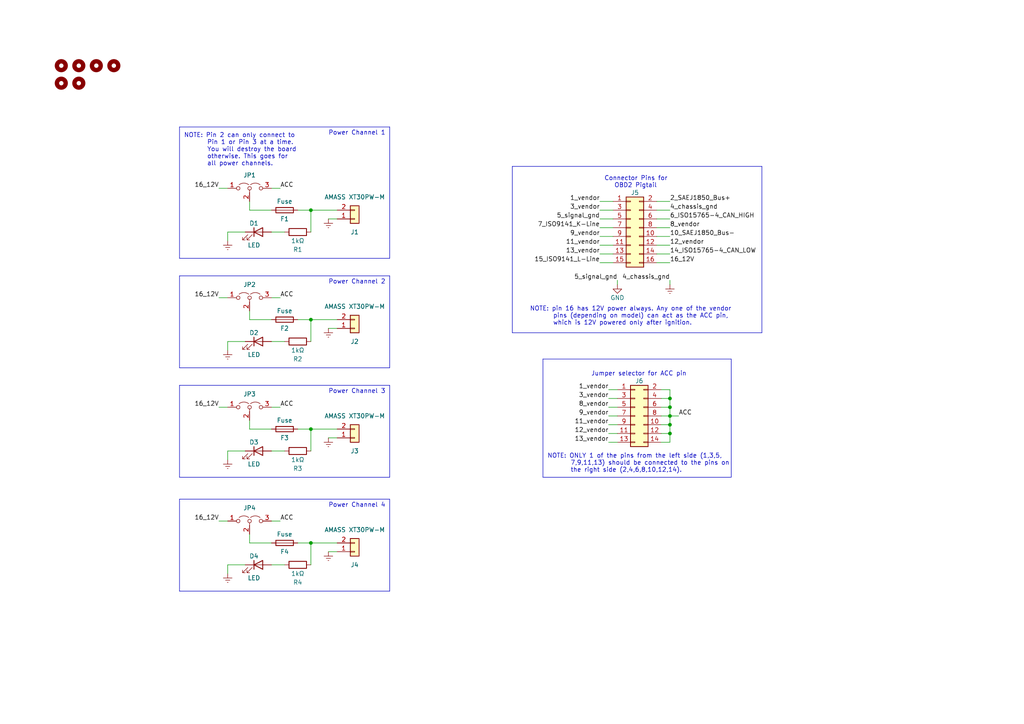
<source format=kicad_sch>
(kicad_sch (version 20211123) (generator eeschema)

  (uuid b317c2a8-aef2-47e1-872b-e524d2763beb)

  (paper "A4")

  (title_block
    (title "OBD2PowerBreakOut_rev1")
    (date "2022-03-15")
    (company "Mihir Savadi")
    (comment 1 "\\")
  )

  (lib_symbols
    (symbol "Connector_Generic:Conn_01x02" (pin_names (offset 1.016) hide) (in_bom yes) (on_board yes)
      (property "Reference" "J" (id 0) (at 0 2.54 0)
        (effects (font (size 1.27 1.27)))
      )
      (property "Value" "Conn_01x02" (id 1) (at 0 -5.08 0)
        (effects (font (size 1.27 1.27)))
      )
      (property "Footprint" "" (id 2) (at 0 0 0)
        (effects (font (size 1.27 1.27)) hide)
      )
      (property "Datasheet" "~" (id 3) (at 0 0 0)
        (effects (font (size 1.27 1.27)) hide)
      )
      (property "ki_keywords" "connector" (id 4) (at 0 0 0)
        (effects (font (size 1.27 1.27)) hide)
      )
      (property "ki_description" "Generic connector, single row, 01x02, script generated (kicad-library-utils/schlib/autogen/connector/)" (id 5) (at 0 0 0)
        (effects (font (size 1.27 1.27)) hide)
      )
      (property "ki_fp_filters" "Connector*:*_1x??_*" (id 6) (at 0 0 0)
        (effects (font (size 1.27 1.27)) hide)
      )
      (symbol "Conn_01x02_1_1"
        (rectangle (start -1.27 -2.413) (end 0 -2.667)
          (stroke (width 0.1524) (type default) (color 0 0 0 0))
          (fill (type none))
        )
        (rectangle (start -1.27 0.127) (end 0 -0.127)
          (stroke (width 0.1524) (type default) (color 0 0 0 0))
          (fill (type none))
        )
        (rectangle (start -1.27 1.27) (end 1.27 -3.81)
          (stroke (width 0.254) (type default) (color 0 0 0 0))
          (fill (type background))
        )
        (pin passive line (at -5.08 0 0) (length 3.81)
          (name "Pin_1" (effects (font (size 1.27 1.27))))
          (number "1" (effects (font (size 1.27 1.27))))
        )
        (pin passive line (at -5.08 -2.54 0) (length 3.81)
          (name "Pin_2" (effects (font (size 1.27 1.27))))
          (number "2" (effects (font (size 1.27 1.27))))
        )
      )
    )
    (symbol "Connector_Generic:Conn_02x07_Odd_Even" (pin_names (offset 1.016) hide) (in_bom yes) (on_board yes)
      (property "Reference" "J" (id 0) (at 1.27 10.16 0)
        (effects (font (size 1.27 1.27)))
      )
      (property "Value" "Conn_02x07_Odd_Even" (id 1) (at 1.27 -10.16 0)
        (effects (font (size 1.27 1.27)))
      )
      (property "Footprint" "" (id 2) (at 0 0 0)
        (effects (font (size 1.27 1.27)) hide)
      )
      (property "Datasheet" "~" (id 3) (at 0 0 0)
        (effects (font (size 1.27 1.27)) hide)
      )
      (property "ki_keywords" "connector" (id 4) (at 0 0 0)
        (effects (font (size 1.27 1.27)) hide)
      )
      (property "ki_description" "Generic connector, double row, 02x07, odd/even pin numbering scheme (row 1 odd numbers, row 2 even numbers), script generated (kicad-library-utils/schlib/autogen/connector/)" (id 5) (at 0 0 0)
        (effects (font (size 1.27 1.27)) hide)
      )
      (property "ki_fp_filters" "Connector*:*_2x??_*" (id 6) (at 0 0 0)
        (effects (font (size 1.27 1.27)) hide)
      )
      (symbol "Conn_02x07_Odd_Even_1_1"
        (rectangle (start -1.27 -7.493) (end 0 -7.747)
          (stroke (width 0.1524) (type default) (color 0 0 0 0))
          (fill (type none))
        )
        (rectangle (start -1.27 -4.953) (end 0 -5.207)
          (stroke (width 0.1524) (type default) (color 0 0 0 0))
          (fill (type none))
        )
        (rectangle (start -1.27 -2.413) (end 0 -2.667)
          (stroke (width 0.1524) (type default) (color 0 0 0 0))
          (fill (type none))
        )
        (rectangle (start -1.27 0.127) (end 0 -0.127)
          (stroke (width 0.1524) (type default) (color 0 0 0 0))
          (fill (type none))
        )
        (rectangle (start -1.27 2.667) (end 0 2.413)
          (stroke (width 0.1524) (type default) (color 0 0 0 0))
          (fill (type none))
        )
        (rectangle (start -1.27 5.207) (end 0 4.953)
          (stroke (width 0.1524) (type default) (color 0 0 0 0))
          (fill (type none))
        )
        (rectangle (start -1.27 7.747) (end 0 7.493)
          (stroke (width 0.1524) (type default) (color 0 0 0 0))
          (fill (type none))
        )
        (rectangle (start -1.27 8.89) (end 3.81 -8.89)
          (stroke (width 0.254) (type default) (color 0 0 0 0))
          (fill (type background))
        )
        (rectangle (start 3.81 -7.493) (end 2.54 -7.747)
          (stroke (width 0.1524) (type default) (color 0 0 0 0))
          (fill (type none))
        )
        (rectangle (start 3.81 -4.953) (end 2.54 -5.207)
          (stroke (width 0.1524) (type default) (color 0 0 0 0))
          (fill (type none))
        )
        (rectangle (start 3.81 -2.413) (end 2.54 -2.667)
          (stroke (width 0.1524) (type default) (color 0 0 0 0))
          (fill (type none))
        )
        (rectangle (start 3.81 0.127) (end 2.54 -0.127)
          (stroke (width 0.1524) (type default) (color 0 0 0 0))
          (fill (type none))
        )
        (rectangle (start 3.81 2.667) (end 2.54 2.413)
          (stroke (width 0.1524) (type default) (color 0 0 0 0))
          (fill (type none))
        )
        (rectangle (start 3.81 5.207) (end 2.54 4.953)
          (stroke (width 0.1524) (type default) (color 0 0 0 0))
          (fill (type none))
        )
        (rectangle (start 3.81 7.747) (end 2.54 7.493)
          (stroke (width 0.1524) (type default) (color 0 0 0 0))
          (fill (type none))
        )
        (pin passive line (at -5.08 7.62 0) (length 3.81)
          (name "Pin_1" (effects (font (size 1.27 1.27))))
          (number "1" (effects (font (size 1.27 1.27))))
        )
        (pin passive line (at 7.62 -2.54 180) (length 3.81)
          (name "Pin_10" (effects (font (size 1.27 1.27))))
          (number "10" (effects (font (size 1.27 1.27))))
        )
        (pin passive line (at -5.08 -5.08 0) (length 3.81)
          (name "Pin_11" (effects (font (size 1.27 1.27))))
          (number "11" (effects (font (size 1.27 1.27))))
        )
        (pin passive line (at 7.62 -5.08 180) (length 3.81)
          (name "Pin_12" (effects (font (size 1.27 1.27))))
          (number "12" (effects (font (size 1.27 1.27))))
        )
        (pin passive line (at -5.08 -7.62 0) (length 3.81)
          (name "Pin_13" (effects (font (size 1.27 1.27))))
          (number "13" (effects (font (size 1.27 1.27))))
        )
        (pin passive line (at 7.62 -7.62 180) (length 3.81)
          (name "Pin_14" (effects (font (size 1.27 1.27))))
          (number "14" (effects (font (size 1.27 1.27))))
        )
        (pin passive line (at 7.62 7.62 180) (length 3.81)
          (name "Pin_2" (effects (font (size 1.27 1.27))))
          (number "2" (effects (font (size 1.27 1.27))))
        )
        (pin passive line (at -5.08 5.08 0) (length 3.81)
          (name "Pin_3" (effects (font (size 1.27 1.27))))
          (number "3" (effects (font (size 1.27 1.27))))
        )
        (pin passive line (at 7.62 5.08 180) (length 3.81)
          (name "Pin_4" (effects (font (size 1.27 1.27))))
          (number "4" (effects (font (size 1.27 1.27))))
        )
        (pin passive line (at -5.08 2.54 0) (length 3.81)
          (name "Pin_5" (effects (font (size 1.27 1.27))))
          (number "5" (effects (font (size 1.27 1.27))))
        )
        (pin passive line (at 7.62 2.54 180) (length 3.81)
          (name "Pin_6" (effects (font (size 1.27 1.27))))
          (number "6" (effects (font (size 1.27 1.27))))
        )
        (pin passive line (at -5.08 0 0) (length 3.81)
          (name "Pin_7" (effects (font (size 1.27 1.27))))
          (number "7" (effects (font (size 1.27 1.27))))
        )
        (pin passive line (at 7.62 0 180) (length 3.81)
          (name "Pin_8" (effects (font (size 1.27 1.27))))
          (number "8" (effects (font (size 1.27 1.27))))
        )
        (pin passive line (at -5.08 -2.54 0) (length 3.81)
          (name "Pin_9" (effects (font (size 1.27 1.27))))
          (number "9" (effects (font (size 1.27 1.27))))
        )
      )
    )
    (symbol "Connector_Generic:Conn_02x08_Odd_Even" (pin_names (offset 1.016) hide) (in_bom yes) (on_board yes)
      (property "Reference" "J" (id 0) (at 1.27 10.16 0)
        (effects (font (size 1.27 1.27)))
      )
      (property "Value" "Conn_02x08_Odd_Even" (id 1) (at 1.27 -12.7 0)
        (effects (font (size 1.27 1.27)))
      )
      (property "Footprint" "" (id 2) (at 0 0 0)
        (effects (font (size 1.27 1.27)) hide)
      )
      (property "Datasheet" "~" (id 3) (at 0 0 0)
        (effects (font (size 1.27 1.27)) hide)
      )
      (property "ki_keywords" "connector" (id 4) (at 0 0 0)
        (effects (font (size 1.27 1.27)) hide)
      )
      (property "ki_description" "Generic connector, double row, 02x08, odd/even pin numbering scheme (row 1 odd numbers, row 2 even numbers), script generated (kicad-library-utils/schlib/autogen/connector/)" (id 5) (at 0 0 0)
        (effects (font (size 1.27 1.27)) hide)
      )
      (property "ki_fp_filters" "Connector*:*_2x??_*" (id 6) (at 0 0 0)
        (effects (font (size 1.27 1.27)) hide)
      )
      (symbol "Conn_02x08_Odd_Even_1_1"
        (rectangle (start -1.27 -10.033) (end 0 -10.287)
          (stroke (width 0.1524) (type default) (color 0 0 0 0))
          (fill (type none))
        )
        (rectangle (start -1.27 -7.493) (end 0 -7.747)
          (stroke (width 0.1524) (type default) (color 0 0 0 0))
          (fill (type none))
        )
        (rectangle (start -1.27 -4.953) (end 0 -5.207)
          (stroke (width 0.1524) (type default) (color 0 0 0 0))
          (fill (type none))
        )
        (rectangle (start -1.27 -2.413) (end 0 -2.667)
          (stroke (width 0.1524) (type default) (color 0 0 0 0))
          (fill (type none))
        )
        (rectangle (start -1.27 0.127) (end 0 -0.127)
          (stroke (width 0.1524) (type default) (color 0 0 0 0))
          (fill (type none))
        )
        (rectangle (start -1.27 2.667) (end 0 2.413)
          (stroke (width 0.1524) (type default) (color 0 0 0 0))
          (fill (type none))
        )
        (rectangle (start -1.27 5.207) (end 0 4.953)
          (stroke (width 0.1524) (type default) (color 0 0 0 0))
          (fill (type none))
        )
        (rectangle (start -1.27 7.747) (end 0 7.493)
          (stroke (width 0.1524) (type default) (color 0 0 0 0))
          (fill (type none))
        )
        (rectangle (start -1.27 8.89) (end 3.81 -11.43)
          (stroke (width 0.254) (type default) (color 0 0 0 0))
          (fill (type background))
        )
        (rectangle (start 3.81 -10.033) (end 2.54 -10.287)
          (stroke (width 0.1524) (type default) (color 0 0 0 0))
          (fill (type none))
        )
        (rectangle (start 3.81 -7.493) (end 2.54 -7.747)
          (stroke (width 0.1524) (type default) (color 0 0 0 0))
          (fill (type none))
        )
        (rectangle (start 3.81 -4.953) (end 2.54 -5.207)
          (stroke (width 0.1524) (type default) (color 0 0 0 0))
          (fill (type none))
        )
        (rectangle (start 3.81 -2.413) (end 2.54 -2.667)
          (stroke (width 0.1524) (type default) (color 0 0 0 0))
          (fill (type none))
        )
        (rectangle (start 3.81 0.127) (end 2.54 -0.127)
          (stroke (width 0.1524) (type default) (color 0 0 0 0))
          (fill (type none))
        )
        (rectangle (start 3.81 2.667) (end 2.54 2.413)
          (stroke (width 0.1524) (type default) (color 0 0 0 0))
          (fill (type none))
        )
        (rectangle (start 3.81 5.207) (end 2.54 4.953)
          (stroke (width 0.1524) (type default) (color 0 0 0 0))
          (fill (type none))
        )
        (rectangle (start 3.81 7.747) (end 2.54 7.493)
          (stroke (width 0.1524) (type default) (color 0 0 0 0))
          (fill (type none))
        )
        (pin passive line (at -5.08 7.62 0) (length 3.81)
          (name "Pin_1" (effects (font (size 1.27 1.27))))
          (number "1" (effects (font (size 1.27 1.27))))
        )
        (pin passive line (at 7.62 -2.54 180) (length 3.81)
          (name "Pin_10" (effects (font (size 1.27 1.27))))
          (number "10" (effects (font (size 1.27 1.27))))
        )
        (pin passive line (at -5.08 -5.08 0) (length 3.81)
          (name "Pin_11" (effects (font (size 1.27 1.27))))
          (number "11" (effects (font (size 1.27 1.27))))
        )
        (pin passive line (at 7.62 -5.08 180) (length 3.81)
          (name "Pin_12" (effects (font (size 1.27 1.27))))
          (number "12" (effects (font (size 1.27 1.27))))
        )
        (pin passive line (at -5.08 -7.62 0) (length 3.81)
          (name "Pin_13" (effects (font (size 1.27 1.27))))
          (number "13" (effects (font (size 1.27 1.27))))
        )
        (pin passive line (at 7.62 -7.62 180) (length 3.81)
          (name "Pin_14" (effects (font (size 1.27 1.27))))
          (number "14" (effects (font (size 1.27 1.27))))
        )
        (pin passive line (at -5.08 -10.16 0) (length 3.81)
          (name "Pin_15" (effects (font (size 1.27 1.27))))
          (number "15" (effects (font (size 1.27 1.27))))
        )
        (pin passive line (at 7.62 -10.16 180) (length 3.81)
          (name "Pin_16" (effects (font (size 1.27 1.27))))
          (number "16" (effects (font (size 1.27 1.27))))
        )
        (pin passive line (at 7.62 7.62 180) (length 3.81)
          (name "Pin_2" (effects (font (size 1.27 1.27))))
          (number "2" (effects (font (size 1.27 1.27))))
        )
        (pin passive line (at -5.08 5.08 0) (length 3.81)
          (name "Pin_3" (effects (font (size 1.27 1.27))))
          (number "3" (effects (font (size 1.27 1.27))))
        )
        (pin passive line (at 7.62 5.08 180) (length 3.81)
          (name "Pin_4" (effects (font (size 1.27 1.27))))
          (number "4" (effects (font (size 1.27 1.27))))
        )
        (pin passive line (at -5.08 2.54 0) (length 3.81)
          (name "Pin_5" (effects (font (size 1.27 1.27))))
          (number "5" (effects (font (size 1.27 1.27))))
        )
        (pin passive line (at 7.62 2.54 180) (length 3.81)
          (name "Pin_6" (effects (font (size 1.27 1.27))))
          (number "6" (effects (font (size 1.27 1.27))))
        )
        (pin passive line (at -5.08 0 0) (length 3.81)
          (name "Pin_7" (effects (font (size 1.27 1.27))))
          (number "7" (effects (font (size 1.27 1.27))))
        )
        (pin passive line (at 7.62 0 180) (length 3.81)
          (name "Pin_8" (effects (font (size 1.27 1.27))))
          (number "8" (effects (font (size 1.27 1.27))))
        )
        (pin passive line (at -5.08 -2.54 0) (length 3.81)
          (name "Pin_9" (effects (font (size 1.27 1.27))))
          (number "9" (effects (font (size 1.27 1.27))))
        )
      )
    )
    (symbol "Device:Fuse" (pin_numbers hide) (pin_names (offset 0)) (in_bom yes) (on_board yes)
      (property "Reference" "F" (id 0) (at 2.032 0 90)
        (effects (font (size 1.27 1.27)))
      )
      (property "Value" "Fuse" (id 1) (at -1.905 0 90)
        (effects (font (size 1.27 1.27)))
      )
      (property "Footprint" "" (id 2) (at -1.778 0 90)
        (effects (font (size 1.27 1.27)) hide)
      )
      (property "Datasheet" "~" (id 3) (at 0 0 0)
        (effects (font (size 1.27 1.27)) hide)
      )
      (property "ki_keywords" "fuse" (id 4) (at 0 0 0)
        (effects (font (size 1.27 1.27)) hide)
      )
      (property "ki_description" "Fuse" (id 5) (at 0 0 0)
        (effects (font (size 1.27 1.27)) hide)
      )
      (property "ki_fp_filters" "*Fuse*" (id 6) (at 0 0 0)
        (effects (font (size 1.27 1.27)) hide)
      )
      (symbol "Fuse_0_1"
        (rectangle (start -0.762 -2.54) (end 0.762 2.54)
          (stroke (width 0.254) (type default) (color 0 0 0 0))
          (fill (type none))
        )
        (polyline
          (pts
            (xy 0 2.54)
            (xy 0 -2.54)
          )
          (stroke (width 0) (type default) (color 0 0 0 0))
          (fill (type none))
        )
      )
      (symbol "Fuse_1_1"
        (pin passive line (at 0 3.81 270) (length 1.27)
          (name "~" (effects (font (size 1.27 1.27))))
          (number "1" (effects (font (size 1.27 1.27))))
        )
        (pin passive line (at 0 -3.81 90) (length 1.27)
          (name "~" (effects (font (size 1.27 1.27))))
          (number "2" (effects (font (size 1.27 1.27))))
        )
      )
    )
    (symbol "Device:LED" (pin_numbers hide) (pin_names (offset 1.016) hide) (in_bom yes) (on_board yes)
      (property "Reference" "D" (id 0) (at 0 2.54 0)
        (effects (font (size 1.27 1.27)))
      )
      (property "Value" "LED" (id 1) (at 0 -2.54 0)
        (effects (font (size 1.27 1.27)))
      )
      (property "Footprint" "" (id 2) (at 0 0 0)
        (effects (font (size 1.27 1.27)) hide)
      )
      (property "Datasheet" "~" (id 3) (at 0 0 0)
        (effects (font (size 1.27 1.27)) hide)
      )
      (property "ki_keywords" "LED diode" (id 4) (at 0 0 0)
        (effects (font (size 1.27 1.27)) hide)
      )
      (property "ki_description" "Light emitting diode" (id 5) (at 0 0 0)
        (effects (font (size 1.27 1.27)) hide)
      )
      (property "ki_fp_filters" "LED* LED_SMD:* LED_THT:*" (id 6) (at 0 0 0)
        (effects (font (size 1.27 1.27)) hide)
      )
      (symbol "LED_0_1"
        (polyline
          (pts
            (xy -1.27 -1.27)
            (xy -1.27 1.27)
          )
          (stroke (width 0.254) (type default) (color 0 0 0 0))
          (fill (type none))
        )
        (polyline
          (pts
            (xy -1.27 0)
            (xy 1.27 0)
          )
          (stroke (width 0) (type default) (color 0 0 0 0))
          (fill (type none))
        )
        (polyline
          (pts
            (xy 1.27 -1.27)
            (xy 1.27 1.27)
            (xy -1.27 0)
            (xy 1.27 -1.27)
          )
          (stroke (width 0.254) (type default) (color 0 0 0 0))
          (fill (type none))
        )
        (polyline
          (pts
            (xy -3.048 -0.762)
            (xy -4.572 -2.286)
            (xy -3.81 -2.286)
            (xy -4.572 -2.286)
            (xy -4.572 -1.524)
          )
          (stroke (width 0) (type default) (color 0 0 0 0))
          (fill (type none))
        )
        (polyline
          (pts
            (xy -1.778 -0.762)
            (xy -3.302 -2.286)
            (xy -2.54 -2.286)
            (xy -3.302 -2.286)
            (xy -3.302 -1.524)
          )
          (stroke (width 0) (type default) (color 0 0 0 0))
          (fill (type none))
        )
      )
      (symbol "LED_1_1"
        (pin passive line (at -3.81 0 0) (length 2.54)
          (name "K" (effects (font (size 1.27 1.27))))
          (number "1" (effects (font (size 1.27 1.27))))
        )
        (pin passive line (at 3.81 0 180) (length 2.54)
          (name "A" (effects (font (size 1.27 1.27))))
          (number "2" (effects (font (size 1.27 1.27))))
        )
      )
    )
    (symbol "Device:R" (pin_numbers hide) (pin_names (offset 0)) (in_bom yes) (on_board yes)
      (property "Reference" "R" (id 0) (at 2.032 0 90)
        (effects (font (size 1.27 1.27)))
      )
      (property "Value" "R" (id 1) (at 0 0 90)
        (effects (font (size 1.27 1.27)))
      )
      (property "Footprint" "" (id 2) (at -1.778 0 90)
        (effects (font (size 1.27 1.27)) hide)
      )
      (property "Datasheet" "~" (id 3) (at 0 0 0)
        (effects (font (size 1.27 1.27)) hide)
      )
      (property "ki_keywords" "R res resistor" (id 4) (at 0 0 0)
        (effects (font (size 1.27 1.27)) hide)
      )
      (property "ki_description" "Resistor" (id 5) (at 0 0 0)
        (effects (font (size 1.27 1.27)) hide)
      )
      (property "ki_fp_filters" "R_*" (id 6) (at 0 0 0)
        (effects (font (size 1.27 1.27)) hide)
      )
      (symbol "R_0_1"
        (rectangle (start -1.016 -2.54) (end 1.016 2.54)
          (stroke (width 0.254) (type default) (color 0 0 0 0))
          (fill (type none))
        )
      )
      (symbol "R_1_1"
        (pin passive line (at 0 3.81 270) (length 1.27)
          (name "~" (effects (font (size 1.27 1.27))))
          (number "1" (effects (font (size 1.27 1.27))))
        )
        (pin passive line (at 0 -3.81 90) (length 1.27)
          (name "~" (effects (font (size 1.27 1.27))))
          (number "2" (effects (font (size 1.27 1.27))))
        )
      )
    )
    (symbol "Jumper:Jumper_3_Open" (pin_names (offset 0) hide) (in_bom yes) (on_board yes)
      (property "Reference" "JP" (id 0) (at -2.54 -2.54 0)
        (effects (font (size 1.27 1.27)))
      )
      (property "Value" "Jumper_3_Open" (id 1) (at 0 2.794 0)
        (effects (font (size 1.27 1.27)))
      )
      (property "Footprint" "" (id 2) (at 0 0 0)
        (effects (font (size 1.27 1.27)) hide)
      )
      (property "Datasheet" "~" (id 3) (at 0 0 0)
        (effects (font (size 1.27 1.27)) hide)
      )
      (property "ki_keywords" "Jumper SPDT" (id 4) (at 0 0 0)
        (effects (font (size 1.27 1.27)) hide)
      )
      (property "ki_description" "Jumper, 3-pole, both open" (id 5) (at 0 0 0)
        (effects (font (size 1.27 1.27)) hide)
      )
      (property "ki_fp_filters" "Jumper* TestPoint*3Pads* TestPoint*Bridge*" (id 6) (at 0 0 0)
        (effects (font (size 1.27 1.27)) hide)
      )
      (symbol "Jumper_3_Open_0_0"
        (circle (center -3.302 0) (radius 0.508)
          (stroke (width 0) (type default) (color 0 0 0 0))
          (fill (type none))
        )
        (circle (center 0 0) (radius 0.508)
          (stroke (width 0) (type default) (color 0 0 0 0))
          (fill (type none))
        )
        (circle (center 3.302 0) (radius 0.508)
          (stroke (width 0) (type default) (color 0 0 0 0))
          (fill (type none))
        )
      )
      (symbol "Jumper_3_Open_0_1"
        (arc (start -0.254 1.016) (mid -1.651 1.4992) (end -3.048 1.016)
          (stroke (width 0) (type default) (color 0 0 0 0))
          (fill (type none))
        )
        (polyline
          (pts
            (xy 0 -0.508)
            (xy 0 -1.27)
          )
          (stroke (width 0) (type default) (color 0 0 0 0))
          (fill (type none))
        )
        (arc (start 3.048 1.016) (mid 1.651 1.4992) (end 0.254 1.016)
          (stroke (width 0) (type default) (color 0 0 0 0))
          (fill (type none))
        )
      )
      (symbol "Jumper_3_Open_1_1"
        (pin passive line (at -6.35 0 0) (length 2.54)
          (name "A" (effects (font (size 1.27 1.27))))
          (number "1" (effects (font (size 1.27 1.27))))
        )
        (pin input line (at 0 -3.81 90) (length 2.54)
          (name "C" (effects (font (size 1.27 1.27))))
          (number "2" (effects (font (size 1.27 1.27))))
        )
        (pin passive line (at 6.35 0 180) (length 2.54)
          (name "B" (effects (font (size 1.27 1.27))))
          (number "3" (effects (font (size 1.27 1.27))))
        )
      )
    )
    (symbol "Mechanical:MountingHole" (pin_names (offset 1.016)) (in_bom yes) (on_board yes)
      (property "Reference" "H" (id 0) (at 0 5.08 0)
        (effects (font (size 1.27 1.27)))
      )
      (property "Value" "MountingHole" (id 1) (at 0 3.175 0)
        (effects (font (size 1.27 1.27)))
      )
      (property "Footprint" "" (id 2) (at 0 0 0)
        (effects (font (size 1.27 1.27)) hide)
      )
      (property "Datasheet" "~" (id 3) (at 0 0 0)
        (effects (font (size 1.27 1.27)) hide)
      )
      (property "ki_keywords" "mounting hole" (id 4) (at 0 0 0)
        (effects (font (size 1.27 1.27)) hide)
      )
      (property "ki_description" "Mounting Hole without connection" (id 5) (at 0 0 0)
        (effects (font (size 1.27 1.27)) hide)
      )
      (property "ki_fp_filters" "MountingHole*" (id 6) (at 0 0 0)
        (effects (font (size 1.27 1.27)) hide)
      )
      (symbol "MountingHole_0_1"
        (circle (center 0 0) (radius 1.27)
          (stroke (width 1.27) (type default) (color 0 0 0 0))
          (fill (type none))
        )
      )
    )
    (symbol "power:Earth" (power) (pin_names (offset 0)) (in_bom yes) (on_board yes)
      (property "Reference" "#PWR" (id 0) (at 0 -6.35 0)
        (effects (font (size 1.27 1.27)) hide)
      )
      (property "Value" "Earth" (id 1) (at 0 -3.81 0)
        (effects (font (size 1.27 1.27)) hide)
      )
      (property "Footprint" "" (id 2) (at 0 0 0)
        (effects (font (size 1.27 1.27)) hide)
      )
      (property "Datasheet" "~" (id 3) (at 0 0 0)
        (effects (font (size 1.27 1.27)) hide)
      )
      (property "ki_keywords" "power-flag ground gnd" (id 4) (at 0 0 0)
        (effects (font (size 1.27 1.27)) hide)
      )
      (property "ki_description" "Power symbol creates a global label with name \"Earth\"" (id 5) (at 0 0 0)
        (effects (font (size 1.27 1.27)) hide)
      )
      (symbol "Earth_0_1"
        (polyline
          (pts
            (xy -0.635 -1.905)
            (xy 0.635 -1.905)
          )
          (stroke (width 0) (type default) (color 0 0 0 0))
          (fill (type none))
        )
        (polyline
          (pts
            (xy -0.127 -2.54)
            (xy 0.127 -2.54)
          )
          (stroke (width 0) (type default) (color 0 0 0 0))
          (fill (type none))
        )
        (polyline
          (pts
            (xy 0 -1.27)
            (xy 0 0)
          )
          (stroke (width 0) (type default) (color 0 0 0 0))
          (fill (type none))
        )
        (polyline
          (pts
            (xy 1.27 -1.27)
            (xy -1.27 -1.27)
          )
          (stroke (width 0) (type default) (color 0 0 0 0))
          (fill (type none))
        )
      )
      (symbol "Earth_1_1"
        (pin power_in line (at 0 0 270) (length 0) hide
          (name "Earth" (effects (font (size 1.27 1.27))))
          (number "1" (effects (font (size 1.27 1.27))))
        )
      )
    )
    (symbol "power:GND" (power) (pin_names (offset 0)) (in_bom yes) (on_board yes)
      (property "Reference" "#PWR" (id 0) (at 0 -6.35 0)
        (effects (font (size 1.27 1.27)) hide)
      )
      (property "Value" "GND" (id 1) (at 0 -3.81 0)
        (effects (font (size 1.27 1.27)))
      )
      (property "Footprint" "" (id 2) (at 0 0 0)
        (effects (font (size 1.27 1.27)) hide)
      )
      (property "Datasheet" "" (id 3) (at 0 0 0)
        (effects (font (size 1.27 1.27)) hide)
      )
      (property "ki_keywords" "power-flag" (id 4) (at 0 0 0)
        (effects (font (size 1.27 1.27)) hide)
      )
      (property "ki_description" "Power symbol creates a global label with name \"GND\" , ground" (id 5) (at 0 0 0)
        (effects (font (size 1.27 1.27)) hide)
      )
      (symbol "GND_0_1"
        (polyline
          (pts
            (xy 0 0)
            (xy 0 -1.27)
            (xy 1.27 -1.27)
            (xy 0 -2.54)
            (xy -1.27 -1.27)
            (xy 0 -1.27)
          )
          (stroke (width 0) (type default) (color 0 0 0 0))
          (fill (type none))
        )
      )
      (symbol "GND_1_1"
        (pin power_in line (at 0 0 270) (length 0) hide
          (name "GND" (effects (font (size 1.27 1.27))))
          (number "1" (effects (font (size 1.27 1.27))))
        )
      )
    )
  )

  (junction (at 194.31 125.73) (diameter 0) (color 0 0 0 0)
    (uuid 16525470-d406-4cf5-bc41-93128ac4ee5f)
  )
  (junction (at 194.31 123.19) (diameter 0) (color 0 0 0 0)
    (uuid 1d1a8bcd-cae0-4fc2-aae2-17c210b2dff3)
  )
  (junction (at 194.31 115.57) (diameter 0) (color 0 0 0 0)
    (uuid 2b7ac30e-b52e-4a20-a047-fb04dd9dc721)
  )
  (junction (at 90.17 157.48) (diameter 0) (color 0 0 0 0)
    (uuid 424e4943-c820-4b40-a031-77a9a5dd1788)
  )
  (junction (at 90.17 60.96) (diameter 0) (color 0 0 0 0)
    (uuid 42a45c5d-4193-40a7-9226-e36c8bb2f1ab)
  )
  (junction (at 194.31 118.11) (diameter 0) (color 0 0 0 0)
    (uuid 5f45d726-84f5-4c93-8ef3-1817cdb1648e)
  )
  (junction (at 90.17 92.71) (diameter 0) (color 0 0 0 0)
    (uuid b4bed22f-c67f-4094-b341-7bcef5e09a8e)
  )
  (junction (at 90.17 124.46) (diameter 0) (color 0 0 0 0)
    (uuid d0aac824-684c-4524-8f03-a277bc7e44af)
  )
  (junction (at 194.31 120.65) (diameter 0) (color 0 0 0 0)
    (uuid f08298cf-f55c-4898-ac59-f8d358f0f77f)
  )

  (polyline (pts (xy 52.07 36.83) (xy 52.07 74.93))
    (stroke (width 0) (type solid) (color 0 0 0 0))
    (uuid 00bb0bbe-0062-4ac0-ae25-cfaab8b54954)
  )

  (wire (pts (xy 191.77 113.03) (xy 194.31 113.03))
    (stroke (width 0) (type default) (color 0 0 0 0))
    (uuid 04fb3473-bf75-4cb8-a996-abcae0f23d64)
  )
  (wire (pts (xy 66.04 163.83) (xy 66.04 166.37))
    (stroke (width 0) (type default) (color 0 0 0 0))
    (uuid 058636d1-aa89-401c-8093-f965568aa109)
  )
  (wire (pts (xy 95.25 63.5) (xy 97.79 63.5))
    (stroke (width 0) (type default) (color 0 0 0 0))
    (uuid 0c2a3eae-ebdd-4479-8b2b-2d98914835bb)
  )
  (wire (pts (xy 72.39 92.71) (xy 78.74 92.71))
    (stroke (width 0) (type default) (color 0 0 0 0))
    (uuid 1176a214-30a1-4f58-88fc-2cd359c3c9f2)
  )
  (wire (pts (xy 173.99 66.04) (xy 177.8 66.04))
    (stroke (width 0) (type default) (color 0 0 0 0))
    (uuid 11c258a1-daee-4420-b8cf-5051f58a4f07)
  )
  (wire (pts (xy 191.77 115.57) (xy 194.31 115.57))
    (stroke (width 0) (type default) (color 0 0 0 0))
    (uuid 187796da-9514-4132-b6e1-967abe88048d)
  )
  (wire (pts (xy 90.17 60.96) (xy 97.79 60.96))
    (stroke (width 0) (type default) (color 0 0 0 0))
    (uuid 19aeeb88-2f6d-469e-b3bc-8ffe88214504)
  )
  (wire (pts (xy 90.17 124.46) (xy 90.17 130.81))
    (stroke (width 0) (type default) (color 0 0 0 0))
    (uuid 1afaf32c-b4bb-4097-9e88-aa730cb74e0b)
  )
  (wire (pts (xy 176.53 120.65) (xy 179.07 120.65))
    (stroke (width 0) (type default) (color 0 0 0 0))
    (uuid 1ece3ded-5ce4-4bae-b648-b155d67adb7e)
  )
  (wire (pts (xy 194.31 115.57) (xy 194.31 118.11))
    (stroke (width 0) (type default) (color 0 0 0 0))
    (uuid 22208d3f-f34c-4d99-b73c-d9b4c091b875)
  )
  (wire (pts (xy 191.77 128.27) (xy 194.31 128.27))
    (stroke (width 0) (type default) (color 0 0 0 0))
    (uuid 245eb71a-d9d0-428e-87a0-6d8feb34b9aa)
  )
  (wire (pts (xy 72.39 124.46) (xy 72.39 121.92))
    (stroke (width 0) (type default) (color 0 0 0 0))
    (uuid 26b6a1d7-1e77-4876-a933-71c75a0aff38)
  )
  (polyline (pts (xy 52.07 106.68) (xy 113.03 106.68))
    (stroke (width 0) (type solid) (color 0 0 0 0))
    (uuid 278e09bb-bc82-40ab-b44b-4bcd2a8272a1)
  )

  (wire (pts (xy 78.74 54.61) (xy 81.28 54.61))
    (stroke (width 0) (type default) (color 0 0 0 0))
    (uuid 2a90d9f2-7b7e-4cea-8756-bc45dd94ca0f)
  )
  (wire (pts (xy 190.5 63.5) (xy 194.31 63.5))
    (stroke (width 0) (type default) (color 0 0 0 0))
    (uuid 2e48a409-b59f-493c-96fb-177330fb032c)
  )
  (wire (pts (xy 90.17 157.48) (xy 90.17 163.83))
    (stroke (width 0) (type default) (color 0 0 0 0))
    (uuid 313c9bdd-f0ec-40f3-8524-eab2442db8c6)
  )
  (wire (pts (xy 191.77 118.11) (xy 194.31 118.11))
    (stroke (width 0) (type default) (color 0 0 0 0))
    (uuid 316de95a-ae2b-461b-aba2-0c9948cc2894)
  )
  (polyline (pts (xy 220.98 48.26) (xy 220.98 96.52))
    (stroke (width 0) (type solid) (color 0 0 0 0))
    (uuid 32c45ca3-4fd4-437b-b3ca-17667b81a20b)
  )

  (wire (pts (xy 71.12 163.83) (xy 66.04 163.83))
    (stroke (width 0) (type default) (color 0 0 0 0))
    (uuid 336244ea-7b6e-45f7-b358-12ade036120d)
  )
  (wire (pts (xy 95.25 127) (xy 97.79 127))
    (stroke (width 0) (type default) (color 0 0 0 0))
    (uuid 3a9bbf59-5a27-4ebb-aaf0-1693ff734751)
  )
  (wire (pts (xy 190.5 73.66) (xy 194.31 73.66))
    (stroke (width 0) (type default) (color 0 0 0 0))
    (uuid 3bf0eaf7-46d2-489f-8c51-5ad5b677096f)
  )
  (polyline (pts (xy 157.48 104.14) (xy 157.48 138.43))
    (stroke (width 0) (type solid) (color 0 0 0 0))
    (uuid 3c195463-93cf-4a23-aa4c-8d641430784c)
  )

  (wire (pts (xy 194.31 125.73) (xy 194.31 128.27))
    (stroke (width 0) (type default) (color 0 0 0 0))
    (uuid 3d7439c0-3cb9-442e-ad18-8690fd908e71)
  )
  (wire (pts (xy 90.17 92.71) (xy 90.17 99.06))
    (stroke (width 0) (type default) (color 0 0 0 0))
    (uuid 3df45e3d-7a0c-4f2c-9aef-e368ca39c655)
  )
  (wire (pts (xy 173.99 60.96) (xy 177.8 60.96))
    (stroke (width 0) (type default) (color 0 0 0 0))
    (uuid 3f55b3fa-84ae-4d50-9458-5b45b4e7bf56)
  )
  (wire (pts (xy 194.31 123.19) (xy 194.31 125.73))
    (stroke (width 0) (type default) (color 0 0 0 0))
    (uuid 42cfdf44-5a11-438f-8b6e-626a6c310500)
  )
  (wire (pts (xy 86.36 92.71) (xy 90.17 92.71))
    (stroke (width 0) (type default) (color 0 0 0 0))
    (uuid 43a34953-f02b-4a16-b9cf-edf51373d69a)
  )
  (wire (pts (xy 173.99 58.42) (xy 177.8 58.42))
    (stroke (width 0) (type default) (color 0 0 0 0))
    (uuid 43b9a4ee-1c33-4619-90ac-abe8f4252888)
  )
  (wire (pts (xy 71.12 130.81) (xy 66.04 130.81))
    (stroke (width 0) (type default) (color 0 0 0 0))
    (uuid 441bc60b-2266-4f69-a179-4f90b8d7ee10)
  )
  (wire (pts (xy 66.04 99.06) (xy 66.04 101.6))
    (stroke (width 0) (type default) (color 0 0 0 0))
    (uuid 48080a91-96e1-4ea7-bdc0-10d4a342ac21)
  )
  (wire (pts (xy 191.77 120.65) (xy 194.31 120.65))
    (stroke (width 0) (type default) (color 0 0 0 0))
    (uuid 48480831-809b-467a-9830-0809d1a071b6)
  )
  (wire (pts (xy 176.53 115.57) (xy 179.07 115.57))
    (stroke (width 0) (type default) (color 0 0 0 0))
    (uuid 4b9fa006-4496-496c-9922-67ad23505a30)
  )
  (wire (pts (xy 176.53 118.11) (xy 179.07 118.11))
    (stroke (width 0) (type default) (color 0 0 0 0))
    (uuid 52e9b7b8-3ef7-4ecb-9623-c0f87054bf7d)
  )
  (wire (pts (xy 173.99 71.12) (xy 177.8 71.12))
    (stroke (width 0) (type default) (color 0 0 0 0))
    (uuid 55dafad6-a62b-4a7a-b580-6ee004d2aef1)
  )
  (wire (pts (xy 78.74 67.31) (xy 82.55 67.31))
    (stroke (width 0) (type default) (color 0 0 0 0))
    (uuid 582f6f2d-6d58-4029-bad6-c9f89b8a4502)
  )
  (wire (pts (xy 63.5 118.11) (xy 66.04 118.11))
    (stroke (width 0) (type default) (color 0 0 0 0))
    (uuid 58438f0a-d289-4f42-8268-a6efa64a795b)
  )
  (wire (pts (xy 78.74 86.36) (xy 81.28 86.36))
    (stroke (width 0) (type default) (color 0 0 0 0))
    (uuid 598bca16-2ab5-4841-90e5-e7041bd671cc)
  )
  (wire (pts (xy 173.99 68.58) (xy 177.8 68.58))
    (stroke (width 0) (type default) (color 0 0 0 0))
    (uuid 59b357dc-ab28-474c-8103-23094d3ea058)
  )
  (wire (pts (xy 71.12 67.31) (xy 66.04 67.31))
    (stroke (width 0) (type default) (color 0 0 0 0))
    (uuid 5d6f399c-dafb-4e88-80bd-7861d1017835)
  )
  (wire (pts (xy 194.31 120.65) (xy 194.31 123.19))
    (stroke (width 0) (type default) (color 0 0 0 0))
    (uuid 60f910b5-f549-4437-b1f9-c64355cf42f5)
  )
  (wire (pts (xy 191.77 125.73) (xy 194.31 125.73))
    (stroke (width 0) (type default) (color 0 0 0 0))
    (uuid 62e1c63d-aa84-4e10-a2b7-b2edec54ee60)
  )
  (wire (pts (xy 63.5 151.13) (xy 66.04 151.13))
    (stroke (width 0) (type default) (color 0 0 0 0))
    (uuid 65591b72-b955-44bd-8e62-b45ea07ba3fc)
  )
  (wire (pts (xy 190.5 68.58) (xy 194.31 68.58))
    (stroke (width 0) (type default) (color 0 0 0 0))
    (uuid 65663149-cbaa-4cf5-8351-c353b546fd4a)
  )
  (wire (pts (xy 72.39 157.48) (xy 72.39 154.94))
    (stroke (width 0) (type default) (color 0 0 0 0))
    (uuid 682bbf22-7ffd-4904-963f-c5e866ae6c8c)
  )
  (wire (pts (xy 72.39 60.96) (xy 78.74 60.96))
    (stroke (width 0) (type default) (color 0 0 0 0))
    (uuid 6847be83-9f58-4cb9-b727-65831eb6939d)
  )
  (polyline (pts (xy 212.09 104.14) (xy 212.09 138.43))
    (stroke (width 0) (type solid) (color 0 0 0 0))
    (uuid 698d02a7-72fb-46f2-b153-c44c94900c9c)
  )
  (polyline (pts (xy 220.98 48.26) (xy 148.59 48.26))
    (stroke (width 0) (type solid) (color 0 0 0 0))
    (uuid 69f495a3-4584-49f6-9ed2-25cdcbb36925)
  )

  (wire (pts (xy 71.12 99.06) (xy 66.04 99.06))
    (stroke (width 0) (type default) (color 0 0 0 0))
    (uuid 6a89d3d9-334a-4586-8b37-edcdc674afae)
  )
  (wire (pts (xy 72.39 157.48) (xy 78.74 157.48))
    (stroke (width 0) (type default) (color 0 0 0 0))
    (uuid 6aca40ad-6d4b-4be3-92bd-681e696beb24)
  )
  (wire (pts (xy 173.99 63.5) (xy 177.8 63.5))
    (stroke (width 0) (type default) (color 0 0 0 0))
    (uuid 6b4c52d1-4d9d-46c6-91c4-b8f7ea9ccb26)
  )
  (wire (pts (xy 63.5 54.61) (xy 66.04 54.61))
    (stroke (width 0) (type default) (color 0 0 0 0))
    (uuid 6fe387f7-60f6-4756-929e-760c09d0ea5e)
  )
  (wire (pts (xy 194.31 120.65) (xy 196.85 120.65))
    (stroke (width 0) (type default) (color 0 0 0 0))
    (uuid 70dbc9b3-1ed8-4e81-aedc-8f2321346e2c)
  )
  (wire (pts (xy 78.74 130.81) (xy 82.55 130.81))
    (stroke (width 0) (type default) (color 0 0 0 0))
    (uuid 750d2279-a05e-4428-84f9-d1a85662a152)
  )
  (polyline (pts (xy 52.07 111.76) (xy 113.03 111.76))
    (stroke (width 0) (type solid) (color 0 0 0 0))
    (uuid 76186485-204f-4b6d-a1d3-7d2989ac1ae6)
  )

  (wire (pts (xy 90.17 92.71) (xy 97.79 92.71))
    (stroke (width 0) (type default) (color 0 0 0 0))
    (uuid 76dd8076-5122-448e-a7e4-02b168ba6111)
  )
  (wire (pts (xy 173.99 73.66) (xy 177.8 73.66))
    (stroke (width 0) (type default) (color 0 0 0 0))
    (uuid 78711d63-970f-4c64-b313-2b606e1882be)
  )
  (polyline (pts (xy 113.03 144.78) (xy 113.03 171.45))
    (stroke (width 0) (type solid) (color 0 0 0 0))
    (uuid 7af99478-7b55-47a0-bd60-7ee85edd2923)
  )

  (wire (pts (xy 190.5 66.04) (xy 194.31 66.04))
    (stroke (width 0) (type default) (color 0 0 0 0))
    (uuid 7b166b69-a70c-4b22-bad6-1931ae8de33a)
  )
  (wire (pts (xy 176.53 128.27) (xy 179.07 128.27))
    (stroke (width 0) (type default) (color 0 0 0 0))
    (uuid 7c7dae24-ebec-40d9-a10a-0df1f5251583)
  )
  (polyline (pts (xy 52.07 144.78) (xy 113.03 144.78))
    (stroke (width 0) (type solid) (color 0 0 0 0))
    (uuid 84f0515e-efd0-4797-9ef0-256b83deadd8)
  )

  (wire (pts (xy 95.25 160.02) (xy 97.79 160.02))
    (stroke (width 0) (type default) (color 0 0 0 0))
    (uuid 853eaa86-c897-4ccc-911b-8906bcd01048)
  )
  (wire (pts (xy 66.04 67.31) (xy 66.04 69.85))
    (stroke (width 0) (type default) (color 0 0 0 0))
    (uuid 8692646f-da5a-4fe4-b36b-c08b6a9be94e)
  )
  (wire (pts (xy 90.17 157.48) (xy 97.79 157.48))
    (stroke (width 0) (type default) (color 0 0 0 0))
    (uuid 86d98432-9628-4a78-adcc-9556a58cf3f5)
  )
  (wire (pts (xy 72.39 60.96) (xy 72.39 58.42))
    (stroke (width 0) (type default) (color 0 0 0 0))
    (uuid 8a39625a-0be5-4439-b2ad-1d0c259bdd07)
  )
  (polyline (pts (xy 52.07 74.93) (xy 113.03 74.93))
    (stroke (width 0) (type solid) (color 0 0 0 0))
    (uuid 8aa96259-6520-4f86-b66f-350045e66a2f)
  )

  (wire (pts (xy 191.77 123.19) (xy 194.31 123.19))
    (stroke (width 0) (type default) (color 0 0 0 0))
    (uuid 90af12a1-baca-46eb-9087-29a4b50037ae)
  )
  (polyline (pts (xy 52.07 171.45) (xy 113.03 171.45))
    (stroke (width 0) (type solid) (color 0 0 0 0))
    (uuid 919a977d-4fa8-4e2f-bd04-505caf1c4fdd)
  )

  (wire (pts (xy 90.17 60.96) (xy 90.17 67.31))
    (stroke (width 0) (type default) (color 0 0 0 0))
    (uuid 9305f6a1-4328-423f-94c7-26584f48b441)
  )
  (polyline (pts (xy 157.48 104.14) (xy 212.09 104.14))
    (stroke (width 0) (type solid) (color 0 0 0 0))
    (uuid 9678d615-3b46-4cd0-9a2e-c99adc407a52)
  )
  (polyline (pts (xy 148.59 48.26) (xy 148.59 96.52))
    (stroke (width 0) (type solid) (color 0 0 0 0))
    (uuid 98a299b4-93c8-42af-aa75-adc7fcac17fd)
  )

  (wire (pts (xy 194.31 81.28) (xy 194.31 82.55))
    (stroke (width 0) (type default) (color 0 0 0 0))
    (uuid 99c46d8a-4e92-4569-8400-66bfdbc2c818)
  )
  (wire (pts (xy 190.5 58.42) (xy 194.31 58.42))
    (stroke (width 0) (type default) (color 0 0 0 0))
    (uuid 9b918e8e-6aad-41c1-b8ef-a36ccd041a1f)
  )
  (polyline (pts (xy 148.59 96.52) (xy 220.98 96.52))
    (stroke (width 0) (type solid) (color 0 0 0 0))
    (uuid a2db05b2-890a-4601-bd98-d7c8f3345db7)
  )
  (polyline (pts (xy 52.07 138.43) (xy 113.03 138.43))
    (stroke (width 0) (type solid) (color 0 0 0 0))
    (uuid a8100aef-39a5-49ed-b225-5ad37fc4d2dc)
  )
  (polyline (pts (xy 113.03 36.83) (xy 113.03 74.93))
    (stroke (width 0) (type solid) (color 0 0 0 0))
    (uuid a8d67fab-cffb-4e52-b76c-e0508e3c4523)
  )

  (wire (pts (xy 90.17 124.46) (xy 97.79 124.46))
    (stroke (width 0) (type default) (color 0 0 0 0))
    (uuid ab2575f5-560a-465b-be31-fa74c6710cd7)
  )
  (wire (pts (xy 63.5 86.36) (xy 66.04 86.36))
    (stroke (width 0) (type default) (color 0 0 0 0))
    (uuid ab870aaa-576b-449f-a452-f509334f54da)
  )
  (wire (pts (xy 190.5 60.96) (xy 194.31 60.96))
    (stroke (width 0) (type default) (color 0 0 0 0))
    (uuid ae8202b2-246c-4628-96ce-581d043efbbc)
  )
  (wire (pts (xy 86.36 157.48) (xy 90.17 157.48))
    (stroke (width 0) (type default) (color 0 0 0 0))
    (uuid b295eaa2-c709-4720-a6c9-60c32d12f01d)
  )
  (wire (pts (xy 194.31 113.03) (xy 194.31 115.57))
    (stroke (width 0) (type default) (color 0 0 0 0))
    (uuid b5634e8b-b9fc-4cc5-8d55-5c9e08ecf916)
  )
  (wire (pts (xy 78.74 163.83) (xy 82.55 163.83))
    (stroke (width 0) (type default) (color 0 0 0 0))
    (uuid b77ddfb5-fb43-43b1-acca-1f7592fe3920)
  )
  (wire (pts (xy 190.5 76.2) (xy 194.31 76.2))
    (stroke (width 0) (type default) (color 0 0 0 0))
    (uuid b7d94fe9-71db-451d-9c5d-824d71051a52)
  )
  (wire (pts (xy 176.53 113.03) (xy 179.07 113.03))
    (stroke (width 0) (type default) (color 0 0 0 0))
    (uuid b84456ac-90a8-4c3c-bc78-54ceac6ae74b)
  )
  (polyline (pts (xy 52.07 144.78) (xy 52.07 171.45))
    (stroke (width 0) (type solid) (color 0 0 0 0))
    (uuid bb38716c-9185-4c9b-a312-f2f7a452757e)
  )

  (wire (pts (xy 72.39 124.46) (xy 78.74 124.46))
    (stroke (width 0) (type default) (color 0 0 0 0))
    (uuid c0c0993f-431b-47f0-8c76-aab57b47446b)
  )
  (wire (pts (xy 86.36 60.96) (xy 90.17 60.96))
    (stroke (width 0) (type default) (color 0 0 0 0))
    (uuid c11ef9eb-67d9-4f54-b214-e9d0ade01b72)
  )
  (polyline (pts (xy 157.48 138.43) (xy 212.09 138.43))
    (stroke (width 0) (type solid) (color 0 0 0 0))
    (uuid c3b611d7-1af3-4bec-8eee-88fb54093bb7)
  )

  (wire (pts (xy 72.39 92.71) (xy 72.39 90.17))
    (stroke (width 0) (type default) (color 0 0 0 0))
    (uuid c46623cb-6b27-4242-83b9-e41d41328977)
  )
  (wire (pts (xy 179.07 81.28) (xy 179.07 82.55))
    (stroke (width 0) (type default) (color 0 0 0 0))
    (uuid c6ce4879-e66a-4b21-b933-07b5bcab5540)
  )
  (wire (pts (xy 78.74 99.06) (xy 82.55 99.06))
    (stroke (width 0) (type default) (color 0 0 0 0))
    (uuid d6549be2-26c8-4108-9e88-09194daf4a9b)
  )
  (polyline (pts (xy 113.03 80.01) (xy 113.03 106.68))
    (stroke (width 0) (type solid) (color 0 0 0 0))
    (uuid da41fccb-bb69-4fb6-9235-9c709d3005d4)
  )

  (wire (pts (xy 78.74 151.13) (xy 81.28 151.13))
    (stroke (width 0) (type default) (color 0 0 0 0))
    (uuid dc26b5a9-1d75-42c3-8e2b-87b1cdae7961)
  )
  (wire (pts (xy 173.99 76.2) (xy 177.8 76.2))
    (stroke (width 0) (type default) (color 0 0 0 0))
    (uuid deb3fc5e-9bff-4ec6-b368-14eac54a4052)
  )
  (wire (pts (xy 95.25 95.25) (xy 97.79 95.25))
    (stroke (width 0) (type default) (color 0 0 0 0))
    (uuid e23d98a6-8d81-456a-95ac-40053bc2fe95)
  )
  (polyline (pts (xy 52.07 111.76) (xy 52.07 138.43))
    (stroke (width 0) (type solid) (color 0 0 0 0))
    (uuid e2980250-2307-4a47-8ec1-54471130bc7d)
  )
  (polyline (pts (xy 113.03 111.76) (xy 113.03 138.43))
    (stroke (width 0) (type solid) (color 0 0 0 0))
    (uuid e4e32247-803e-4c72-a6ee-4ddddaebe9d5)
  )

  (wire (pts (xy 176.53 125.73) (xy 179.07 125.73))
    (stroke (width 0) (type default) (color 0 0 0 0))
    (uuid e664e752-8744-48ce-8887-7533385453b6)
  )
  (polyline (pts (xy 52.07 80.01) (xy 113.03 80.01))
    (stroke (width 0) (type solid) (color 0 0 0 0))
    (uuid e68d3e77-7f9d-4da0-9007-201ffbb28814)
  )

  (wire (pts (xy 176.53 123.19) (xy 179.07 123.19))
    (stroke (width 0) (type default) (color 0 0 0 0))
    (uuid e7b06d15-789a-4751-9ab8-4c955de89312)
  )
  (wire (pts (xy 66.04 130.81) (xy 66.04 133.35))
    (stroke (width 0) (type default) (color 0 0 0 0))
    (uuid e96d4c60-8cfb-4c51-b4c6-3c3e749d5651)
  )
  (wire (pts (xy 190.5 71.12) (xy 194.31 71.12))
    (stroke (width 0) (type default) (color 0 0 0 0))
    (uuid eb2e81fa-6335-4c33-8b2f-e69f4b16cf9d)
  )
  (wire (pts (xy 78.74 118.11) (xy 81.28 118.11))
    (stroke (width 0) (type default) (color 0 0 0 0))
    (uuid ed34d7fb-f508-493b-aedd-6756f8def716)
  )
  (wire (pts (xy 194.31 118.11) (xy 194.31 120.65))
    (stroke (width 0) (type default) (color 0 0 0 0))
    (uuid f1a3234d-7f1d-4ee0-ae75-7f797f385c79)
  )
  (polyline (pts (xy 52.07 36.83) (xy 113.03 36.83))
    (stroke (width 0) (type solid) (color 0 0 0 0))
    (uuid f32af98e-6192-4e5f-85c5-6d492108e192)
  )
  (polyline (pts (xy 52.07 80.01) (xy 52.07 106.68))
    (stroke (width 0) (type solid) (color 0 0 0 0))
    (uuid f820a490-f133-4a1e-b6b7-ca8dd911f702)
  )

  (wire (pts (xy 86.36 124.46) (xy 90.17 124.46))
    (stroke (width 0) (type default) (color 0 0 0 0))
    (uuid f8e463cd-aca3-4f1b-94eb-2f69b80c87fa)
  )

  (text "Power Channel 1" (at 95.25 39.37 0)
    (effects (font (size 1.27 1.27)) (justify left bottom))
    (uuid 34444e03-10f6-440e-bd90-4ebb068e3fd3)
  )
  (text "Power Channel 3" (at 95.25 114.3 0)
    (effects (font (size 1.27 1.27)) (justify left bottom))
    (uuid 67d8668a-e2c8-4a5b-bde6-61ceed13ee82)
  )
  (text "Jumper selector for ACC pin" (at 171.45 109.22 0)
    (effects (font (size 1.27 1.27)) (justify left bottom))
    (uuid 7def12c0-6c41-466e-a102-6d8965ffdf96)
  )
  (text "Power Channel 2" (at 95.25 82.55 0)
    (effects (font (size 1.27 1.27)) (justify left bottom))
    (uuid 88374213-036d-48a3-bbc9-8a261fa9da66)
  )
  (text "NOTE: ONLY 1 of the pins from the left side (1,3,5,\n	  7,9,11,13) should be connected to the pins on \n	  the right side (2,4,6,8,10,12,14)."
    (at 158.75 137.16 0)
    (effects (font (size 1.27 1.27)) (justify left bottom))
    (uuid a09679c4-5c21-48ca-8ea7-3239211a64e7)
  )
  (text "Connector Pins for\n   OBD2 Pigtail" (at 175.26 54.61 0)
    (effects (font (size 1.27 1.27)) (justify left bottom))
    (uuid b139f771-7156-401c-8d60-31d4ed0bd6f0)
  )
  (text "NOTE: Pin 2 can only connect to\n	  Pin 1 or Pin 3 at a time.\n	  You will destroy the board\n	  otherwise. This goes for\n	  all power channels."
    (at 53.34 48.26 0)
    (effects (font (size 1.27 1.27)) (justify left bottom))
    (uuid b1ddad61-66c7-43d7-815d-210dd7ca4223)
  )
  (text "NOTE: pin 16 has 12V power always. Any one of the vendor \n	  pins (depending on model) can act as the ACC pin, \n	  which is 12V powered only after ignition.\n	  "
    (at 153.67 96.52 0)
    (effects (font (size 1.27 1.27)) (justify left bottom))
    (uuid b4fd0ede-7fcb-45a4-813f-be576771e1de)
  )
  (text "Power Channel 4" (at 95.25 147.32 0)
    (effects (font (size 1.27 1.27)) (justify left bottom))
    (uuid d59f9f27-af6a-4c36-88f4-636e4e26a963)
  )

  (label "1_vendor" (at 176.53 113.03 180)
    (effects (font (size 1.27 1.27)) (justify right bottom))
    (uuid 0ea49bdc-a64e-4a01-a5f7-f867e3efb418)
  )
  (label "16_12V" (at 63.5 151.13 180)
    (effects (font (size 1.27 1.27)) (justify right bottom))
    (uuid 257b1b44-b3e8-41a0-8b77-37fcefd9a507)
  )
  (label "10_SAEJ1850_Bus-" (at 194.31 68.58 0)
    (effects (font (size 1.27 1.27)) (justify left bottom))
    (uuid 281001ea-a2c3-42b6-8b3f-0faa5c365dc6)
  )
  (label "7_ISO9141_K-Line" (at 173.99 66.04 180)
    (effects (font (size 1.27 1.27)) (justify right bottom))
    (uuid 2ffdbb48-fbad-431f-a618-430a07614f8e)
  )
  (label "13_vendor" (at 173.99 73.66 180)
    (effects (font (size 1.27 1.27)) (justify right bottom))
    (uuid 36250726-f31e-4c52-b549-8cc3b074d133)
  )
  (label "14_ISO15765-4_CAN_LOW" (at 194.31 73.66 0)
    (effects (font (size 1.27 1.27)) (justify left bottom))
    (uuid 3d4c73d1-3cfe-404c-a199-1784a05aadfb)
  )
  (label "12_vendor" (at 194.31 71.12 0)
    (effects (font (size 1.27 1.27)) (justify left bottom))
    (uuid 445ae6e0-e9fd-44b9-8bde-2690abd51fc3)
  )
  (label "12_vendor" (at 176.53 125.73 180)
    (effects (font (size 1.27 1.27)) (justify right bottom))
    (uuid 4bf799ea-5e04-4d47-8cb3-8e7f553e00d0)
  )
  (label "13_vendor" (at 176.53 128.27 180)
    (effects (font (size 1.27 1.27)) (justify right bottom))
    (uuid 5b6d36f9-8ada-4e15-8abe-0c0b45b3a574)
  )
  (label "ACC" (at 196.85 120.65 0)
    (effects (font (size 1.27 1.27)) (justify left bottom))
    (uuid 61e9c1c9-1c53-440d-b79c-88277452c522)
  )
  (label "16_12V" (at 63.5 86.36 180)
    (effects (font (size 1.27 1.27)) (justify right bottom))
    (uuid 70bc6fcb-2a32-4c86-8cbf-0e73735d455d)
  )
  (label "ACC" (at 81.28 151.13 0)
    (effects (font (size 1.27 1.27)) (justify left bottom))
    (uuid 7b993989-5494-4611-b9e1-ac05941a645d)
  )
  (label "5_signal_gnd" (at 173.99 63.5 180)
    (effects (font (size 1.27 1.27)) (justify right bottom))
    (uuid 7f8cc28e-f70c-4e17-be1e-87e4307d7fe1)
  )
  (label "ACC" (at 81.28 86.36 0)
    (effects (font (size 1.27 1.27)) (justify left bottom))
    (uuid 8836b70e-6f98-492a-80ea-2e1fb8f11341)
  )
  (label "5_signal_gnd" (at 179.07 81.28 180)
    (effects (font (size 1.27 1.27)) (justify right bottom))
    (uuid 92959abc-7ce2-4787-a19d-f04e96943a99)
  )
  (label "8_vendor" (at 176.53 118.11 180)
    (effects (font (size 1.27 1.27)) (justify right bottom))
    (uuid 92e4e896-efd6-40a3-bfef-8077b3befd56)
  )
  (label "9_vendor" (at 176.53 120.65 180)
    (effects (font (size 1.27 1.27)) (justify right bottom))
    (uuid 943243ed-b967-421e-91de-358a2a1a4a26)
  )
  (label "3_vendor" (at 173.99 60.96 180)
    (effects (font (size 1.27 1.27)) (justify right bottom))
    (uuid 9bc1505a-6fb0-4d0f-a274-51825fd3bd2a)
  )
  (label "9_vendor" (at 173.99 68.58 180)
    (effects (font (size 1.27 1.27)) (justify right bottom))
    (uuid a69f8d21-6b41-46be-b31d-67c428d26167)
  )
  (label "16_12V" (at 63.5 54.61 180)
    (effects (font (size 1.27 1.27)) (justify right bottom))
    (uuid ad0c4e1f-c715-4f58-9a11-2490e498627a)
  )
  (label "11_vendor" (at 176.53 123.19 180)
    (effects (font (size 1.27 1.27)) (justify right bottom))
    (uuid b124f85b-13d8-4c1f-bc44-93e96cb98f5f)
  )
  (label "ACC" (at 81.28 54.61 0)
    (effects (font (size 1.27 1.27)) (justify left bottom))
    (uuid b4bcd31a-8d7e-40cc-a0fb-ce1f59ded21f)
  )
  (label "4_chassis_gnd" (at 194.31 60.96 0)
    (effects (font (size 1.27 1.27)) (justify left bottom))
    (uuid b6338eda-846c-4d61-9775-8bb6d52342a5)
  )
  (label "6_ISO15765-4_CAN_HIGH" (at 194.31 63.5 0)
    (effects (font (size 1.27 1.27)) (justify left bottom))
    (uuid bc4e82da-af0b-4ee6-9726-c7cd3d4107da)
  )
  (label "11_vendor" (at 173.99 71.12 180)
    (effects (font (size 1.27 1.27)) (justify right bottom))
    (uuid bcf60ba9-adde-43f8-9530-578181dfa19e)
  )
  (label "ACC" (at 81.28 118.11 0)
    (effects (font (size 1.27 1.27)) (justify left bottom))
    (uuid bd91709b-c96c-4a5f-9bc0-c4969faec9d9)
  )
  (label "4_chassis_gnd" (at 194.31 81.28 180)
    (effects (font (size 1.27 1.27)) (justify right bottom))
    (uuid be90ca2a-2498-4e8a-a417-64e8c0282958)
  )
  (label "8_vendor" (at 194.31 66.04 0)
    (effects (font (size 1.27 1.27)) (justify left bottom))
    (uuid c60624b2-4465-4ed9-940d-28d80f2e5d20)
  )
  (label "15_ISO9141_L-Line" (at 173.99 76.2 180)
    (effects (font (size 1.27 1.27)) (justify right bottom))
    (uuid cda7af53-4ac1-483b-a2a6-7b5df9dd1fc8)
  )
  (label "16_12V" (at 194.31 76.2 0)
    (effects (font (size 1.27 1.27)) (justify left bottom))
    (uuid e9b7aa96-c0a4-4823-9b99-5515d3d0c0c4)
  )
  (label "3_vendor" (at 176.53 115.57 180)
    (effects (font (size 1.27 1.27)) (justify right bottom))
    (uuid f3dc7377-a7d4-40f8-a796-e95e4da55138)
  )
  (label "2_SAEJ1850_Bus+" (at 194.31 58.42 0)
    (effects (font (size 1.27 1.27)) (justify left bottom))
    (uuid f587d0fd-aafd-448a-b597-df77a2dff0d2)
  )
  (label "1_vendor" (at 173.99 58.42 180)
    (effects (font (size 1.27 1.27)) (justify right bottom))
    (uuid f749dd4f-54ab-4dd4-bcba-0229bcc94b8e)
  )
  (label "16_12V" (at 63.5 118.11 180)
    (effects (font (size 1.27 1.27)) (justify right bottom))
    (uuid f996de3e-1aca-48c6-a070-f92748c67dbe)
  )

  (symbol (lib_id "power:Earth") (at 95.25 95.25 0) (unit 1)
    (in_bom yes) (on_board yes) (fields_autoplaced)
    (uuid 0eb3f26d-c328-4d49-9864-1943a7cf9d99)
    (property "Reference" "#PWR06" (id 0) (at 95.25 101.6 0)
      (effects (font (size 1.27 1.27)) hide)
    )
    (property "Value" "Earth" (id 1) (at 95.25 99.06 0)
      (effects (font (size 1.27 1.27)) hide)
    )
    (property "Footprint" "" (id 2) (at 95.25 95.25 0)
      (effects (font (size 1.27 1.27)) hide)
    )
    (property "Datasheet" "~" (id 3) (at 95.25 95.25 0)
      (effects (font (size 1.27 1.27)) hide)
    )
    (pin "1" (uuid cfb135c0-66ee-4f53-aa4c-40cd3ca4a459))
  )

  (symbol (lib_id "Device:Fuse") (at 82.55 157.48 270) (unit 1)
    (in_bom yes) (on_board yes)
    (uuid 32ab8ede-ec20-4e91-896a-8dc577008338)
    (property "Reference" "F4" (id 0) (at 82.55 160.02 90))
    (property "Value" "Fuse" (id 1) (at 82.55 154.94 90))
    (property "Footprint" "footprints:FuseHolder_Keystone_3557-2" (id 2) (at 82.55 155.702 90)
      (effects (font (size 1.27 1.27)) hide)
    )
    (property "Datasheet" "~" (id 3) (at 82.55 157.48 0)
      (effects (font (size 1.27 1.27)) hide)
    )
    (pin "1" (uuid 58ddfee3-04f8-401a-b5a0-26907e0f0a99))
    (pin "2" (uuid f2412702-cb82-4147-b3c1-a0d83b3ea3cf))
  )

  (symbol (lib_id "Device:LED") (at 74.93 67.31 0) (unit 1)
    (in_bom yes) (on_board yes)
    (uuid 36c626e5-7d07-4f98-ba0c-89aa918a3f44)
    (property "Reference" "D1" (id 0) (at 73.66 64.77 0))
    (property "Value" "LED" (id 1) (at 73.66 71.12 0))
    (property "Footprint" "LED_SMD:LED_0805_2012Metric_Pad1.15x1.40mm_HandSolder" (id 2) (at 74.93 67.31 0)
      (effects (font (size 1.27 1.27)) hide)
    )
    (property "Datasheet" "~" (id 3) (at 74.93 67.31 0)
      (effects (font (size 1.27 1.27)) hide)
    )
    (pin "1" (uuid 7337bf10-dd8a-4ad8-ae0a-d3aeb7651825))
    (pin "2" (uuid 8c0e48e8-1c9a-4367-b830-94c8fee60b16))
  )

  (symbol (lib_id "Mechanical:MountingHole") (at 33.02 19.05 0) (unit 1)
    (in_bom no) (on_board yes) (fields_autoplaced)
    (uuid 64bfe265-a9af-4fed-bc89-84ac99f658c5)
    (property "Reference" "H6" (id 0) (at 35.56 17.7799 0)
      (effects (font (size 1.27 1.27)) (justify left) hide)
    )
    (property "Value" "M3 Mounting Hole" (id 1) (at 35.56 20.3199 0)
      (effects (font (size 1.27 1.27)) (justify left) hide)
    )
    (property "Footprint" "MountingHole:MountingHole_3.2mm_M3" (id 2) (at 33.02 19.05 0)
      (effects (font (size 1.27 1.27)) hide)
    )
    (property "Datasheet" "~" (id 3) (at 33.02 19.05 0)
      (effects (font (size 1.27 1.27)) hide)
    )
  )

  (symbol (lib_id "Connector_Generic:Conn_01x02") (at 102.87 160.02 0) (mirror x) (unit 1)
    (in_bom yes) (on_board yes)
    (uuid 67bea634-ee9d-4488-82fc-31242a835ed3)
    (property "Reference" "J4" (id 0) (at 102.87 163.83 0))
    (property "Value" "AMASS XT30PW-M" (id 1) (at 102.87 153.67 0))
    (property "Footprint" "footprints:AMASS_XT30PW-M_1x02_P2.50mm_Horizontal" (id 2) (at 102.87 160.02 0)
      (effects (font (size 1.27 1.27)) hide)
    )
    (property "Datasheet" "~" (id 3) (at 102.87 160.02 0)
      (effects (font (size 1.27 1.27)) hide)
    )
    (pin "1" (uuid 30456d00-8d11-434e-8b7e-acf5db54280d))
    (pin "2" (uuid 26aebe1b-55ac-483f-9d7d-5c860396312b))
  )

  (symbol (lib_id "Connector_Generic:Conn_01x02") (at 102.87 127 0) (mirror x) (unit 1)
    (in_bom yes) (on_board yes)
    (uuid 6874eb4b-331d-4b48-9b34-fbe99520871d)
    (property "Reference" "J3" (id 0) (at 102.87 130.81 0))
    (property "Value" "AMASS XT30PW-M" (id 1) (at 102.87 120.65 0))
    (property "Footprint" "footprints:AMASS_XT30PW-M_1x02_P2.50mm_Horizontal" (id 2) (at 102.87 127 0)
      (effects (font (size 1.27 1.27)) hide)
    )
    (property "Datasheet" "~" (id 3) (at 102.87 127 0)
      (effects (font (size 1.27 1.27)) hide)
    )
    (pin "1" (uuid 27cd429b-3b0c-455a-9141-dd353234c56e))
    (pin "2" (uuid 6605b1a4-b691-4619-bcb4-acc457f3024b))
  )

  (symbol (lib_id "Device:LED") (at 74.93 163.83 0) (unit 1)
    (in_bom yes) (on_board yes)
    (uuid 6a5b77ce-9274-445a-b54d-893aa3aa2b48)
    (property "Reference" "D4" (id 0) (at 73.66 161.29 0))
    (property "Value" "LED" (id 1) (at 73.66 167.64 0))
    (property "Footprint" "LED_SMD:LED_0805_2012Metric_Pad1.15x1.40mm_HandSolder" (id 2) (at 74.93 163.83 0)
      (effects (font (size 1.27 1.27)) hide)
    )
    (property "Datasheet" "~" (id 3) (at 74.93 163.83 0)
      (effects (font (size 1.27 1.27)) hide)
    )
    (pin "1" (uuid 356e7cbd-b30a-49a4-8ed3-49bfd40b2cff))
    (pin "2" (uuid 966f4214-f773-4864-8404-0eab34e5f9b4))
  )

  (symbol (lib_id "Connector_Generic:Conn_02x07_Odd_Even") (at 184.15 120.65 0) (unit 1)
    (in_bom yes) (on_board yes)
    (uuid 6e804325-deff-4b3e-96f3-d76b21f5fe1f)
    (property "Reference" "J6" (id 0) (at 185.42 110.49 0))
    (property "Value" "Conn_02x07_Odd_Even" (id 1) (at 185.42 109.22 0)
      (effects (font (size 1.27 1.27)) hide)
    )
    (property "Footprint" "Connector_PinHeader_2.54mm:PinHeader_2x07_P2.54mm_Vertical" (id 2) (at 184.15 120.65 0)
      (effects (font (size 1.27 1.27)) hide)
    )
    (property "Datasheet" "~" (id 3) (at 184.15 120.65 0)
      (effects (font (size 1.27 1.27)) hide)
    )
    (pin "1" (uuid 59c35faf-436f-4a39-b06e-0884d66f72fe))
    (pin "10" (uuid 52d765aa-dae8-48c1-8d6d-5a718452be29))
    (pin "11" (uuid 873d3937-2e20-46a9-ae60-77b6aa785922))
    (pin "12" (uuid 62672b2e-c97a-45b5-845b-e94a3fe06683))
    (pin "13" (uuid d01a4545-dde2-4b15-80ad-46df788a6324))
    (pin "14" (uuid 166ce283-91e4-4e85-8b0f-414092260e92))
    (pin "2" (uuid 554c5306-4658-4034-bef9-ade6ad5e7010))
    (pin "3" (uuid dbcb4417-9cbd-4234-aaae-e355e5036c29))
    (pin "4" (uuid 3fc669ce-3c48-451f-bd8c-bbc520f84fe1))
    (pin "5" (uuid 88666e71-eb01-47b5-a96a-f2b87d599f6a))
    (pin "6" (uuid 500196e3-e30c-4455-a4df-95433d6ffb8b))
    (pin "7" (uuid 63d1b84d-58cb-4797-b25d-3433170dc08d))
    (pin "8" (uuid 381e73f0-c943-491e-8c87-96af9de2d9fd))
    (pin "9" (uuid e276a6c4-5c74-4ef3-b1d8-806cc50f5854))
  )

  (symbol (lib_id "Device:R") (at 86.36 130.81 270) (unit 1)
    (in_bom yes) (on_board yes)
    (uuid 6ecbef8a-535a-4625-9dd7-b121d33e470a)
    (property "Reference" "R3" (id 0) (at 86.36 135.89 90))
    (property "Value" "1kΩ" (id 1) (at 86.36 133.35 90))
    (property "Footprint" "Resistor_SMD:R_0805_2012Metric_Pad1.20x1.40mm_HandSolder" (id 2) (at 86.36 129.032 90)
      (effects (font (size 1.27 1.27)) hide)
    )
    (property "Datasheet" "~" (id 3) (at 86.36 130.81 0)
      (effects (font (size 1.27 1.27)) hide)
    )
    (pin "1" (uuid d3d282d3-d56d-4bdd-a4d3-41894fc0a4d0))
    (pin "2" (uuid f6de2860-f607-49c8-9e03-117518fd13e8))
  )

  (symbol (lib_id "Mechanical:MountingHole") (at 22.86 24.13 0) (unit 1)
    (in_bom yes) (on_board yes) (fields_autoplaced)
    (uuid 74e1d3df-c5a5-43c8-8296-83305789c2e4)
    (property "Reference" "H4" (id 0) (at 25.4 22.8599 0)
      (effects (font (size 1.27 1.27)) (justify left) hide)
    )
    (property "Value" "M2 strain relief hole" (id 1) (at 25.4 25.3999 0)
      (effects (font (size 1.27 1.27)) (justify left) hide)
    )
    (property "Footprint" "MountingHole:MountingHole_2.2mm_M2" (id 2) (at 22.86 24.13 0)
      (effects (font (size 1.27 1.27)) hide)
    )
    (property "Datasheet" "~" (id 3) (at 22.86 24.13 0)
      (effects (font (size 1.27 1.27)) hide)
    )
  )

  (symbol (lib_id "Connector_Generic:Conn_02x08_Odd_Even") (at 182.88 66.04 0) (unit 1)
    (in_bom yes) (on_board yes)
    (uuid 82702e24-d259-46a8-9df4-7fb4f36d61fb)
    (property "Reference" "J5" (id 0) (at 184.15 55.88 0))
    (property "Value" "Conn_02x08_Odd_Even" (id 1) (at 184.15 54.61 0)
      (effects (font (size 1.27 1.27)) hide)
    )
    (property "Footprint" "Connector_PinHeader_2.54mm:PinHeader_2x08_P2.54mm_Vertical" (id 2) (at 182.88 66.04 0)
      (effects (font (size 1.27 1.27)) hide)
    )
    (property "Datasheet" "~" (id 3) (at 182.88 66.04 0)
      (effects (font (size 1.27 1.27)) hide)
    )
    (pin "1" (uuid 16b73c47-e0ec-4e84-bdfd-767cbf07d492))
    (pin "10" (uuid c6b3384b-e516-4c9d-879f-d8669d10b122))
    (pin "11" (uuid 669ff769-42f4-4aa2-ba77-46b1f987453b))
    (pin "12" (uuid e56939d6-cb6b-4562-b6d7-31332e409919))
    (pin "13" (uuid 73d3b4a4-f262-4bb8-b18b-e31957b915fb))
    (pin "14" (uuid f8502d65-1401-460f-bd6d-c819051b6542))
    (pin "15" (uuid 19272733-bf0e-4503-8a31-8586d54b90fa))
    (pin "16" (uuid e8840841-74ce-491b-b084-95e234fab69e))
    (pin "2" (uuid 6b182b05-de2e-4b97-a8ee-88e9c901d1a6))
    (pin "3" (uuid 4721a4f4-00b6-4609-a478-ee486a61f8ac))
    (pin "4" (uuid c9516b14-ae98-4948-8bd1-c2424c0d3e28))
    (pin "5" (uuid 7b9c2460-1ae0-437f-8f87-fece1c6d5140))
    (pin "6" (uuid c507b771-0e2d-4a93-9c8c-32f9cd210917))
    (pin "7" (uuid dbdef9fc-f082-4ba2-acb9-12218ceeaf07))
    (pin "8" (uuid bc40a014-4140-459f-abc5-4f3f465550ba))
    (pin "9" (uuid 68be9dc4-f8a7-4222-a79d-0f3db98f9a98))
  )

  (symbol (lib_id "Device:R") (at 86.36 99.06 270) (unit 1)
    (in_bom yes) (on_board yes)
    (uuid 85f1f7e8-e7b5-4b1e-998d-6b5b88814d82)
    (property "Reference" "R2" (id 0) (at 86.36 104.14 90))
    (property "Value" "1kΩ" (id 1) (at 86.36 101.6 90))
    (property "Footprint" "Resistor_SMD:R_0805_2012Metric_Pad1.20x1.40mm_HandSolder" (id 2) (at 86.36 97.282 90)
      (effects (font (size 1.27 1.27)) hide)
    )
    (property "Datasheet" "~" (id 3) (at 86.36 99.06 0)
      (effects (font (size 1.27 1.27)) hide)
    )
    (pin "1" (uuid 2fbd8e91-423f-4cd9-a06e-eda95ef7c4bc))
    (pin "2" (uuid b6564eea-4707-459f-92de-ffd249e89623))
  )

  (symbol (lib_id "power:Earth") (at 66.04 69.85 0) (unit 1)
    (in_bom yes) (on_board yes) (fields_autoplaced)
    (uuid 9f5bb842-85fa-48a4-bcd8-9426798b8799)
    (property "Reference" "#PWR01" (id 0) (at 66.04 76.2 0)
      (effects (font (size 1.27 1.27)) hide)
    )
    (property "Value" "Earth" (id 1) (at 66.04 73.66 0)
      (effects (font (size 1.27 1.27)) hide)
    )
    (property "Footprint" "" (id 2) (at 66.04 69.85 0)
      (effects (font (size 1.27 1.27)) hide)
    )
    (property "Datasheet" "~" (id 3) (at 66.04 69.85 0)
      (effects (font (size 1.27 1.27)) hide)
    )
    (pin "1" (uuid 8c11087b-5db6-48e3-b68e-85aabc7a65f5))
  )

  (symbol (lib_id "Jumper:Jumper_3_Open") (at 72.39 151.13 0) (unit 1)
    (in_bom yes) (on_board yes)
    (uuid a7a41107-4de3-4120-a840-cf292dc7c4eb)
    (property "Reference" "JP4" (id 0) (at 72.39 147.32 0))
    (property "Value" "Jumper_3_Open" (id 1) (at 72.39 148.59 0)
      (effects (font (size 1.27 1.27)) hide)
    )
    (property "Footprint" "Connector_PinHeader_2.54mm:PinHeader_1x03_P2.54mm_Vertical" (id 2) (at 72.39 151.13 0)
      (effects (font (size 1.27 1.27)) hide)
    )
    (property "Datasheet" "~" (id 3) (at 72.39 151.13 0)
      (effects (font (size 1.27 1.27)) hide)
    )
    (pin "1" (uuid 94b27922-3d6d-4847-966a-05c92c3c25a6))
    (pin "2" (uuid 272cd02d-c73f-49c8-ac92-b2d95ff1c0a7))
    (pin "3" (uuid 671d7c07-4c1b-4957-ba7a-3cc0af9561fe))
  )

  (symbol (lib_id "Device:R") (at 86.36 163.83 270) (unit 1)
    (in_bom yes) (on_board yes)
    (uuid a9695035-f23c-4b19-a72e-062012b42d75)
    (property "Reference" "R4" (id 0) (at 86.36 168.91 90))
    (property "Value" "1kΩ" (id 1) (at 86.36 166.37 90))
    (property "Footprint" "Resistor_SMD:R_0805_2012Metric_Pad1.20x1.40mm_HandSolder" (id 2) (at 86.36 162.052 90)
      (effects (font (size 1.27 1.27)) hide)
    )
    (property "Datasheet" "~" (id 3) (at 86.36 163.83 0)
      (effects (font (size 1.27 1.27)) hide)
    )
    (pin "1" (uuid 2a4348dd-da3c-4d61-8add-241964b71d19))
    (pin "2" (uuid 10ab66a0-7a2e-4239-ae94-9b0b94cffeac))
  )

  (symbol (lib_id "Device:LED") (at 74.93 130.81 0) (unit 1)
    (in_bom yes) (on_board yes)
    (uuid bc0f6d8a-ae3c-4427-ac9d-fbc7a36f6c17)
    (property "Reference" "D3" (id 0) (at 73.66 128.27 0))
    (property "Value" "LED" (id 1) (at 73.66 134.62 0))
    (property "Footprint" "LED_SMD:LED_0805_2012Metric_Pad1.15x1.40mm_HandSolder" (id 2) (at 74.93 130.81 0)
      (effects (font (size 1.27 1.27)) hide)
    )
    (property "Datasheet" "~" (id 3) (at 74.93 130.81 0)
      (effects (font (size 1.27 1.27)) hide)
    )
    (pin "1" (uuid a4209e6b-0f2e-4b1e-90d3-377da0e0222b))
    (pin "2" (uuid 55d0989a-bea4-4f12-869d-8db1723c3ee7))
  )

  (symbol (lib_id "Mechanical:MountingHole") (at 17.78 24.13 0) (unit 1)
    (in_bom no) (on_board yes) (fields_autoplaced)
    (uuid bd2c9052-e347-442e-b6a4-cafd9d7c2af7)
    (property "Reference" "H2" (id 0) (at 20.32 22.8599 0)
      (effects (font (size 1.27 1.27)) (justify left) hide)
    )
    (property "Value" "M2 strain relief hole" (id 1) (at 20.32 25.3999 0)
      (effects (font (size 1.27 1.27)) (justify left) hide)
    )
    (property "Footprint" "MountingHole:MountingHole_2.2mm_M2" (id 2) (at 17.78 24.13 0)
      (effects (font (size 1.27 1.27)) hide)
    )
    (property "Datasheet" "~" (id 3) (at 17.78 24.13 0)
      (effects (font (size 1.27 1.27)) hide)
    )
  )

  (symbol (lib_id "power:GND") (at 179.07 82.55 0) (unit 1)
    (in_bom yes) (on_board yes)
    (uuid c253b160-0892-42b1-af10-d90402cd2799)
    (property "Reference" "#PWR09" (id 0) (at 179.07 88.9 0)
      (effects (font (size 1.27 1.27)) hide)
    )
    (property "Value" "GND" (id 1) (at 179.07 86.36 0))
    (property "Footprint" "" (id 2) (at 179.07 82.55 0)
      (effects (font (size 1.27 1.27)) hide)
    )
    (property "Datasheet" "" (id 3) (at 179.07 82.55 0)
      (effects (font (size 1.27 1.27)) hide)
    )
    (pin "1" (uuid 99fe9e01-19df-467e-abcf-23e31cd341d3))
  )

  (symbol (lib_id "Connector_Generic:Conn_01x02") (at 102.87 63.5 0) (mirror x) (unit 1)
    (in_bom yes) (on_board yes)
    (uuid c4a5fd92-deaa-4350-955c-f10851be0f2d)
    (property "Reference" "J1" (id 0) (at 102.87 67.31 0))
    (property "Value" "AMASS XT30PW-M" (id 1) (at 102.87 57.15 0))
    (property "Footprint" "footprints:AMASS_XT30PW-M_1x02_P2.50mm_Horizontal" (id 2) (at 102.87 63.5 0)
      (effects (font (size 1.27 1.27)) hide)
    )
    (property "Datasheet" "~" (id 3) (at 102.87 63.5 0)
      (effects (font (size 1.27 1.27)) hide)
    )
    (pin "1" (uuid afb08216-5ae7-4531-a915-f261d557f55b))
    (pin "2" (uuid d80ae0ab-7f47-4a5d-b257-106e67087bed))
  )

  (symbol (lib_id "Jumper:Jumper_3_Open") (at 72.39 54.61 0) (unit 1)
    (in_bom yes) (on_board yes)
    (uuid c67f9a86-7764-4be2-9ac2-609a5747cbd9)
    (property "Reference" "JP1" (id 0) (at 72.39 50.8 0))
    (property "Value" "Jumper_3_Open" (id 1) (at 72.39 52.07 0)
      (effects (font (size 1.27 1.27)) hide)
    )
    (property "Footprint" "Connector_PinHeader_2.54mm:PinHeader_1x03_P2.54mm_Vertical" (id 2) (at 72.39 54.61 0)
      (effects (font (size 1.27 1.27)) hide)
    )
    (property "Datasheet" "~" (id 3) (at 72.39 54.61 0)
      (effects (font (size 1.27 1.27)) hide)
    )
    (pin "1" (uuid b4100658-2750-4e5a-96a8-7fef80bd8d2c))
    (pin "2" (uuid edd562c2-6149-4bf5-a104-83c54c2b0f6e))
    (pin "3" (uuid fcbcb55c-f858-4834-a927-2648e37a3a3c))
  )

  (symbol (lib_id "power:Earth") (at 95.25 127 0) (unit 1)
    (in_bom yes) (on_board yes) (fields_autoplaced)
    (uuid cb3b04da-a992-4991-871e-96ae8e998d88)
    (property "Reference" "#PWR07" (id 0) (at 95.25 133.35 0)
      (effects (font (size 1.27 1.27)) hide)
    )
    (property "Value" "Earth" (id 1) (at 95.25 130.81 0)
      (effects (font (size 1.27 1.27)) hide)
    )
    (property "Footprint" "" (id 2) (at 95.25 127 0)
      (effects (font (size 1.27 1.27)) hide)
    )
    (property "Datasheet" "~" (id 3) (at 95.25 127 0)
      (effects (font (size 1.27 1.27)) hide)
    )
    (pin "1" (uuid 5ddb6206-7219-4220-8464-63e539901180))
  )

  (symbol (lib_id "Mechanical:MountingHole") (at 22.86 19.05 0) (unit 1)
    (in_bom no) (on_board yes) (fields_autoplaced)
    (uuid d237b04b-80a2-4654-ba41-e47cfae37f65)
    (property "Reference" "H3" (id 0) (at 25.4 17.7799 0)
      (effects (font (size 1.27 1.27)) (justify left) hide)
    )
    (property "Value" "M3 Mounting Hole" (id 1) (at 25.4 20.3199 0)
      (effects (font (size 1.27 1.27)) (justify left) hide)
    )
    (property "Footprint" "MountingHole:MountingHole_3.2mm_M3" (id 2) (at 22.86 19.05 0)
      (effects (font (size 1.27 1.27)) hide)
    )
    (property "Datasheet" "~" (id 3) (at 22.86 19.05 0)
      (effects (font (size 1.27 1.27)) hide)
    )
  )

  (symbol (lib_id "Jumper:Jumper_3_Open") (at 72.39 118.11 0) (unit 1)
    (in_bom yes) (on_board yes)
    (uuid e02b67b7-cc1d-47f7-a173-00b74bdb6963)
    (property "Reference" "JP3" (id 0) (at 72.39 114.3 0))
    (property "Value" "Jumper_3_Open" (id 1) (at 72.39 115.57 0)
      (effects (font (size 1.27 1.27)) hide)
    )
    (property "Footprint" "Connector_PinHeader_2.54mm:PinHeader_1x03_P2.54mm_Vertical" (id 2) (at 72.39 118.11 0)
      (effects (font (size 1.27 1.27)) hide)
    )
    (property "Datasheet" "~" (id 3) (at 72.39 118.11 0)
      (effects (font (size 1.27 1.27)) hide)
    )
    (pin "1" (uuid 81437731-fe3d-43c9-aa5f-2c371177970a))
    (pin "2" (uuid aa4cebe5-b9c6-4344-bbc1-fccbc54a5d3e))
    (pin "3" (uuid 92430ca6-a1ae-4e8b-8cdb-b35379091344))
  )

  (symbol (lib_id "Jumper:Jumper_3_Open") (at 72.39 86.36 0) (unit 1)
    (in_bom yes) (on_board yes)
    (uuid e18cb045-1853-4be1-bbfa-38933220f550)
    (property "Reference" "JP2" (id 0) (at 72.39 82.55 0))
    (property "Value" "Jumper_3_Open" (id 1) (at 72.39 83.82 0)
      (effects (font (size 1.27 1.27)) hide)
    )
    (property "Footprint" "Connector_PinHeader_2.54mm:PinHeader_1x03_P2.54mm_Vertical" (id 2) (at 72.39 86.36 0)
      (effects (font (size 1.27 1.27)) hide)
    )
    (property "Datasheet" "~" (id 3) (at 72.39 86.36 0)
      (effects (font (size 1.27 1.27)) hide)
    )
    (pin "1" (uuid b6e450bf-a73d-4e4a-b252-11963e6d2e68))
    (pin "2" (uuid 91aa4fbf-024b-4905-870e-da422746daa0))
    (pin "3" (uuid 9f43cec3-fee5-43d8-9b22-777a02221320))
  )

  (symbol (lib_id "Device:Fuse") (at 82.55 60.96 270) (unit 1)
    (in_bom yes) (on_board yes)
    (uuid e1ca27ba-608f-4a0d-ba82-f27e1beec980)
    (property "Reference" "F1" (id 0) (at 82.55 63.5 90))
    (property "Value" "Fuse" (id 1) (at 82.55 58.42 90))
    (property "Footprint" "footprints:FuseHolder_Keystone_3557-2" (id 2) (at 82.55 59.182 90)
      (effects (font (size 1.27 1.27)) hide)
    )
    (property "Datasheet" "~" (id 3) (at 82.55 60.96 0)
      (effects (font (size 1.27 1.27)) hide)
    )
    (pin "1" (uuid dbba3d8a-2c49-4a96-8b0a-eb01f1a091a8))
    (pin "2" (uuid 3f6e9ff9-7e35-4900-b14b-082fc50d6c4a))
  )

  (symbol (lib_id "Connector_Generic:Conn_01x02") (at 102.87 95.25 0) (mirror x) (unit 1)
    (in_bom yes) (on_board yes)
    (uuid e2449595-20bb-4e56-84b6-7a7db6b24a6c)
    (property "Reference" "J2" (id 0) (at 102.87 99.06 0))
    (property "Value" "AMASS XT30PW-M" (id 1) (at 102.87 88.9 0))
    (property "Footprint" "footprints:AMASS_XT30PW-M_1x02_P2.50mm_Horizontal" (id 2) (at 102.87 95.25 0)
      (effects (font (size 1.27 1.27)) hide)
    )
    (property "Datasheet" "~" (id 3) (at 102.87 95.25 0)
      (effects (font (size 1.27 1.27)) hide)
    )
    (pin "1" (uuid e62d8a02-0a0f-4083-90bc-09ef1d05c8a4))
    (pin "2" (uuid b52d3f8a-c7bc-40e7-beed-a956d44b14b9))
  )

  (symbol (lib_id "power:Earth") (at 95.25 160.02 0) (unit 1)
    (in_bom yes) (on_board yes) (fields_autoplaced)
    (uuid e50c396d-53e4-4d33-a933-de43a4783731)
    (property "Reference" "#PWR08" (id 0) (at 95.25 166.37 0)
      (effects (font (size 1.27 1.27)) hide)
    )
    (property "Value" "Earth" (id 1) (at 95.25 163.83 0)
      (effects (font (size 1.27 1.27)) hide)
    )
    (property "Footprint" "" (id 2) (at 95.25 160.02 0)
      (effects (font (size 1.27 1.27)) hide)
    )
    (property "Datasheet" "~" (id 3) (at 95.25 160.02 0)
      (effects (font (size 1.27 1.27)) hide)
    )
    (pin "1" (uuid 3cf8be18-058b-48e1-b65a-3eb4fa8b7fb6))
  )

  (symbol (lib_id "Device:Fuse") (at 82.55 124.46 270) (unit 1)
    (in_bom yes) (on_board yes)
    (uuid e5dd961f-89ae-46d1-9d51-dc66beac8af1)
    (property "Reference" "F3" (id 0) (at 82.55 127 90))
    (property "Value" "Fuse" (id 1) (at 82.55 121.92 90))
    (property "Footprint" "footprints:FuseHolder_Keystone_3557-2" (id 2) (at 82.55 122.682 90)
      (effects (font (size 1.27 1.27)) hide)
    )
    (property "Datasheet" "~" (id 3) (at 82.55 124.46 0)
      (effects (font (size 1.27 1.27)) hide)
    )
    (pin "1" (uuid 3a587226-1b7e-4a5f-b61d-dd649efa847a))
    (pin "2" (uuid ff49efcb-cdc3-4793-b240-573e832d8d39))
  )

  (symbol (lib_id "power:Earth") (at 194.31 82.55 0) (unit 1)
    (in_bom yes) (on_board yes) (fields_autoplaced)
    (uuid e7a8e1eb-87a4-40d4-b309-e84dfaf54a86)
    (property "Reference" "#PWR010" (id 0) (at 194.31 88.9 0)
      (effects (font (size 1.27 1.27)) hide)
    )
    (property "Value" "Earth" (id 1) (at 194.31 86.36 0)
      (effects (font (size 1.27 1.27)) hide)
    )
    (property "Footprint" "" (id 2) (at 194.31 82.55 0)
      (effects (font (size 1.27 1.27)) hide)
    )
    (property "Datasheet" "~" (id 3) (at 194.31 82.55 0)
      (effects (font (size 1.27 1.27)) hide)
    )
    (pin "1" (uuid f4cfe780-b557-4a09-acdf-f450b1a33bd0))
  )

  (symbol (lib_id "Mechanical:MountingHole") (at 27.94 19.05 0) (unit 1)
    (in_bom no) (on_board yes) (fields_autoplaced)
    (uuid e87bc027-9a8a-4dcc-95c6-afc9b08f755f)
    (property "Reference" "H5" (id 0) (at 30.48 17.7799 0)
      (effects (font (size 1.27 1.27)) (justify left) hide)
    )
    (property "Value" "M3 Mounting Hole" (id 1) (at 30.48 20.3199 0)
      (effects (font (size 1.27 1.27)) (justify left) hide)
    )
    (property "Footprint" "MountingHole:MountingHole_3.2mm_M3" (id 2) (at 27.94 19.05 0)
      (effects (font (size 1.27 1.27)) hide)
    )
    (property "Datasheet" "~" (id 3) (at 27.94 19.05 0)
      (effects (font (size 1.27 1.27)) hide)
    )
  )

  (symbol (lib_id "Device:LED") (at 74.93 99.06 0) (unit 1)
    (in_bom yes) (on_board yes)
    (uuid ef890368-f9b2-4fc4-9fde-2c214c650b1c)
    (property "Reference" "D2" (id 0) (at 73.66 96.52 0))
    (property "Value" "LED" (id 1) (at 73.66 102.87 0))
    (property "Footprint" "LED_SMD:LED_0805_2012Metric_Pad1.15x1.40mm_HandSolder" (id 2) (at 74.93 99.06 0)
      (effects (font (size 1.27 1.27)) hide)
    )
    (property "Datasheet" "~" (id 3) (at 74.93 99.06 0)
      (effects (font (size 1.27 1.27)) hide)
    )
    (pin "1" (uuid 212177f1-b857-4df0-a195-f61a8d97bfe8))
    (pin "2" (uuid b455f8cd-5d71-4397-b850-2177d1227cac))
  )

  (symbol (lib_id "Device:R") (at 86.36 67.31 270) (unit 1)
    (in_bom yes) (on_board yes)
    (uuid f524c370-323f-418d-b5f3-e5ec25c4995b)
    (property "Reference" "R1" (id 0) (at 86.36 72.39 90))
    (property "Value" "1kΩ" (id 1) (at 86.36 69.85 90))
    (property "Footprint" "Resistor_SMD:R_0805_2012Metric_Pad1.20x1.40mm_HandSolder" (id 2) (at 86.36 65.532 90)
      (effects (font (size 1.27 1.27)) hide)
    )
    (property "Datasheet" "~" (id 3) (at 86.36 67.31 0)
      (effects (font (size 1.27 1.27)) hide)
    )
    (pin "1" (uuid 82581744-86e0-4bd1-ad41-6f36b8a15d7c))
    (pin "2" (uuid 788478a0-3df6-41fb-b7ba-ae06c929afb3))
  )

  (symbol (lib_id "power:Earth") (at 66.04 166.37 0) (unit 1)
    (in_bom yes) (on_board yes) (fields_autoplaced)
    (uuid f6c34c3c-6649-4eff-ad94-0a570d5bffe5)
    (property "Reference" "#PWR04" (id 0) (at 66.04 172.72 0)
      (effects (font (size 1.27 1.27)) hide)
    )
    (property "Value" "Earth" (id 1) (at 66.04 170.18 0)
      (effects (font (size 1.27 1.27)) hide)
    )
    (property "Footprint" "" (id 2) (at 66.04 166.37 0)
      (effects (font (size 1.27 1.27)) hide)
    )
    (property "Datasheet" "~" (id 3) (at 66.04 166.37 0)
      (effects (font (size 1.27 1.27)) hide)
    )
    (pin "1" (uuid f1627bf3-ad9d-43c5-a1c4-7300c3590e2e))
  )

  (symbol (lib_id "power:Earth") (at 66.04 101.6 0) (unit 1)
    (in_bom yes) (on_board yes) (fields_autoplaced)
    (uuid f827c648-aa12-4dec-924c-515c22a7cd97)
    (property "Reference" "#PWR02" (id 0) (at 66.04 107.95 0)
      (effects (font (size 1.27 1.27)) hide)
    )
    (property "Value" "Earth" (id 1) (at 66.04 105.41 0)
      (effects (font (size 1.27 1.27)) hide)
    )
    (property "Footprint" "" (id 2) (at 66.04 101.6 0)
      (effects (font (size 1.27 1.27)) hide)
    )
    (property "Datasheet" "~" (id 3) (at 66.04 101.6 0)
      (effects (font (size 1.27 1.27)) hide)
    )
    (pin "1" (uuid 79d0b5d2-6efa-47ef-9da6-5c57ab1bd52b))
  )

  (symbol (lib_id "Device:Fuse") (at 82.55 92.71 270) (unit 1)
    (in_bom yes) (on_board yes)
    (uuid f84d1668-24aa-4b4c-9e07-d7c5cbb29acf)
    (property "Reference" "F2" (id 0) (at 82.55 95.25 90))
    (property "Value" "Fuse" (id 1) (at 82.55 90.17 90))
    (property "Footprint" "footprints:FuseHolder_Keystone_3557-2" (id 2) (at 82.55 90.932 90)
      (effects (font (size 1.27 1.27)) hide)
    )
    (property "Datasheet" "~" (id 3) (at 82.55 92.71 0)
      (effects (font (size 1.27 1.27)) hide)
    )
    (pin "1" (uuid 66ace8e6-bd57-4ad2-a9e0-a58581f2a976))
    (pin "2" (uuid 8fd13062-bd94-4923-8f94-28c7a8af32f6))
  )

  (symbol (lib_id "Mechanical:MountingHole") (at 17.78 19.05 0) (unit 1)
    (in_bom no) (on_board yes) (fields_autoplaced)
    (uuid f8ff4ca8-90c2-44a3-8e45-3b560630e3a5)
    (property "Reference" "H1" (id 0) (at 20.32 17.7799 0)
      (effects (font (size 1.27 1.27)) (justify left) hide)
    )
    (property "Value" "M3 Mounting Hole" (id 1) (at 20.32 20.3199 0)
      (effects (font (size 1.27 1.27)) (justify left) hide)
    )
    (property "Footprint" "MountingHole:MountingHole_3.2mm_M3" (id 2) (at 17.78 19.05 0)
      (effects (font (size 1.27 1.27)) hide)
    )
    (property "Datasheet" "~" (id 3) (at 17.78 19.05 0)
      (effects (font (size 1.27 1.27)) hide)
    )
  )

  (symbol (lib_id "power:Earth") (at 66.04 133.35 0) (unit 1)
    (in_bom yes) (on_board yes) (fields_autoplaced)
    (uuid f9154f20-4a20-4429-9938-596a609ff4a6)
    (property "Reference" "#PWR03" (id 0) (at 66.04 139.7 0)
      (effects (font (size 1.27 1.27)) hide)
    )
    (property "Value" "Earth" (id 1) (at 66.04 137.16 0)
      (effects (font (size 1.27 1.27)) hide)
    )
    (property "Footprint" "" (id 2) (at 66.04 133.35 0)
      (effects (font (size 1.27 1.27)) hide)
    )
    (property "Datasheet" "~" (id 3) (at 66.04 133.35 0)
      (effects (font (size 1.27 1.27)) hide)
    )
    (pin "1" (uuid 9f6b432e-b18b-4d6c-8b3c-b2c7c9bccbca))
  )

  (symbol (lib_id "power:Earth") (at 95.25 63.5 0) (unit 1)
    (in_bom yes) (on_board yes) (fields_autoplaced)
    (uuid fd01f24d-8080-49c2-b81c-749e46789b05)
    (property "Reference" "#PWR05" (id 0) (at 95.25 69.85 0)
      (effects (font (size 1.27 1.27)) hide)
    )
    (property "Value" "Earth" (id 1) (at 95.25 67.31 0)
      (effects (font (size 1.27 1.27)) hide)
    )
    (property "Footprint" "" (id 2) (at 95.25 63.5 0)
      (effects (font (size 1.27 1.27)) hide)
    )
    (property "Datasheet" "~" (id 3) (at 95.25 63.5 0)
      (effects (font (size 1.27 1.27)) hide)
    )
    (pin "1" (uuid 450575c8-bb10-4d88-97c2-9aee1d896220))
  )

  (sheet_instances
    (path "/" (page "1"))
  )

  (symbol_instances
    (path "/9f5bb842-85fa-48a4-bcd8-9426798b8799"
      (reference "#PWR01") (unit 1) (value "Earth") (footprint "")
    )
    (path "/f827c648-aa12-4dec-924c-515c22a7cd97"
      (reference "#PWR02") (unit 1) (value "Earth") (footprint "")
    )
    (path "/f9154f20-4a20-4429-9938-596a609ff4a6"
      (reference "#PWR03") (unit 1) (value "Earth") (footprint "")
    )
    (path "/f6c34c3c-6649-4eff-ad94-0a570d5bffe5"
      (reference "#PWR04") (unit 1) (value "Earth") (footprint "")
    )
    (path "/fd01f24d-8080-49c2-b81c-749e46789b05"
      (reference "#PWR05") (unit 1) (value "Earth") (footprint "")
    )
    (path "/0eb3f26d-c328-4d49-9864-1943a7cf9d99"
      (reference "#PWR06") (unit 1) (value "Earth") (footprint "")
    )
    (path "/cb3b04da-a992-4991-871e-96ae8e998d88"
      (reference "#PWR07") (unit 1) (value "Earth") (footprint "")
    )
    (path "/e50c396d-53e4-4d33-a933-de43a4783731"
      (reference "#PWR08") (unit 1) (value "Earth") (footprint "")
    )
    (path "/c253b160-0892-42b1-af10-d90402cd2799"
      (reference "#PWR09") (unit 1) (value "GND") (footprint "")
    )
    (path "/e7a8e1eb-87a4-40d4-b309-e84dfaf54a86"
      (reference "#PWR010") (unit 1) (value "Earth") (footprint "")
    )
    (path "/36c626e5-7d07-4f98-ba0c-89aa918a3f44"
      (reference "D1") (unit 1) (value "LED") (footprint "LED_SMD:LED_0805_2012Metric_Pad1.15x1.40mm_HandSolder")
    )
    (path "/ef890368-f9b2-4fc4-9fde-2c214c650b1c"
      (reference "D2") (unit 1) (value "LED") (footprint "LED_SMD:LED_0805_2012Metric_Pad1.15x1.40mm_HandSolder")
    )
    (path "/bc0f6d8a-ae3c-4427-ac9d-fbc7a36f6c17"
      (reference "D3") (unit 1) (value "LED") (footprint "LED_SMD:LED_0805_2012Metric_Pad1.15x1.40mm_HandSolder")
    )
    (path "/6a5b77ce-9274-445a-b54d-893aa3aa2b48"
      (reference "D4") (unit 1) (value "LED") (footprint "LED_SMD:LED_0805_2012Metric_Pad1.15x1.40mm_HandSolder")
    )
    (path "/e1ca27ba-608f-4a0d-ba82-f27e1beec980"
      (reference "F1") (unit 1) (value "Fuse") (footprint "footprints:FuseHolder_Keystone_3557-2")
    )
    (path "/f84d1668-24aa-4b4c-9e07-d7c5cbb29acf"
      (reference "F2") (unit 1) (value "Fuse") (footprint "footprints:FuseHolder_Keystone_3557-2")
    )
    (path "/e5dd961f-89ae-46d1-9d51-dc66beac8af1"
      (reference "F3") (unit 1) (value "Fuse") (footprint "footprints:FuseHolder_Keystone_3557-2")
    )
    (path "/32ab8ede-ec20-4e91-896a-8dc577008338"
      (reference "F4") (unit 1) (value "Fuse") (footprint "footprints:FuseHolder_Keystone_3557-2")
    )
    (path "/f8ff4ca8-90c2-44a3-8e45-3b560630e3a5"
      (reference "H1") (unit 1) (value "M3 Mounting Hole") (footprint "MountingHole:MountingHole_3.2mm_M3")
    )
    (path "/bd2c9052-e347-442e-b6a4-cafd9d7c2af7"
      (reference "H2") (unit 1) (value "M2 strain relief hole") (footprint "MountingHole:MountingHole_2.2mm_M2")
    )
    (path "/d237b04b-80a2-4654-ba41-e47cfae37f65"
      (reference "H3") (unit 1) (value "M3 Mounting Hole") (footprint "MountingHole:MountingHole_3.2mm_M3")
    )
    (path "/74e1d3df-c5a5-43c8-8296-83305789c2e4"
      (reference "H4") (unit 1) (value "M2 strain relief hole") (footprint "MountingHole:MountingHole_2.2mm_M2")
    )
    (path "/e87bc027-9a8a-4dcc-95c6-afc9b08f755f"
      (reference "H5") (unit 1) (value "M3 Mounting Hole") (footprint "MountingHole:MountingHole_3.2mm_M3")
    )
    (path "/64bfe265-a9af-4fed-bc89-84ac99f658c5"
      (reference "H6") (unit 1) (value "M3 Mounting Hole") (footprint "MountingHole:MountingHole_3.2mm_M3")
    )
    (path "/c4a5fd92-deaa-4350-955c-f10851be0f2d"
      (reference "J1") (unit 1) (value "AMASS XT30PW-M") (footprint "footprints:AMASS_XT30PW-M_1x02_P2.50mm_Horizontal")
    )
    (path "/e2449595-20bb-4e56-84b6-7a7db6b24a6c"
      (reference "J2") (unit 1) (value "AMASS XT30PW-M") (footprint "footprints:AMASS_XT30PW-M_1x02_P2.50mm_Horizontal")
    )
    (path "/6874eb4b-331d-4b48-9b34-fbe99520871d"
      (reference "J3") (unit 1) (value "AMASS XT30PW-M") (footprint "footprints:AMASS_XT30PW-M_1x02_P2.50mm_Horizontal")
    )
    (path "/67bea634-ee9d-4488-82fc-31242a835ed3"
      (reference "J4") (unit 1) (value "AMASS XT30PW-M") (footprint "footprints:AMASS_XT30PW-M_1x02_P2.50mm_Horizontal")
    )
    (path "/82702e24-d259-46a8-9df4-7fb4f36d61fb"
      (reference "J5") (unit 1) (value "Conn_02x08_Odd_Even") (footprint "Connector_PinHeader_2.54mm:PinHeader_2x08_P2.54mm_Vertical")
    )
    (path "/6e804325-deff-4b3e-96f3-d76b21f5fe1f"
      (reference "J6") (unit 1) (value "Conn_02x07_Odd_Even") (footprint "Connector_PinHeader_2.54mm:PinHeader_2x07_P2.54mm_Vertical")
    )
    (path "/c67f9a86-7764-4be2-9ac2-609a5747cbd9"
      (reference "JP1") (unit 1) (value "Jumper_3_Open") (footprint "Connector_PinHeader_2.54mm:PinHeader_1x03_P2.54mm_Vertical")
    )
    (path "/e18cb045-1853-4be1-bbfa-38933220f550"
      (reference "JP2") (unit 1) (value "Jumper_3_Open") (footprint "Connector_PinHeader_2.54mm:PinHeader_1x03_P2.54mm_Vertical")
    )
    (path "/e02b67b7-cc1d-47f7-a173-00b74bdb6963"
      (reference "JP3") (unit 1) (value "Jumper_3_Open") (footprint "Connector_PinHeader_2.54mm:PinHeader_1x03_P2.54mm_Vertical")
    )
    (path "/a7a41107-4de3-4120-a840-cf292dc7c4eb"
      (reference "JP4") (unit 1) (value "Jumper_3_Open") (footprint "Connector_PinHeader_2.54mm:PinHeader_1x03_P2.54mm_Vertical")
    )
    (path "/f524c370-323f-418d-b5f3-e5ec25c4995b"
      (reference "R1") (unit 1) (value "1kΩ") (footprint "Resistor_SMD:R_0805_2012Metric_Pad1.20x1.40mm_HandSolder")
    )
    (path "/85f1f7e8-e7b5-4b1e-998d-6b5b88814d82"
      (reference "R2") (unit 1) (value "1kΩ") (footprint "Resistor_SMD:R_0805_2012Metric_Pad1.20x1.40mm_HandSolder")
    )
    (path "/6ecbef8a-535a-4625-9dd7-b121d33e470a"
      (reference "R3") (unit 1) (value "1kΩ") (footprint "Resistor_SMD:R_0805_2012Metric_Pad1.20x1.40mm_HandSolder")
    )
    (path "/a9695035-f23c-4b19-a72e-062012b42d75"
      (reference "R4") (unit 1) (value "1kΩ") (footprint "Resistor_SMD:R_0805_2012Metric_Pad1.20x1.40mm_HandSolder")
    )
  )
)

</source>
